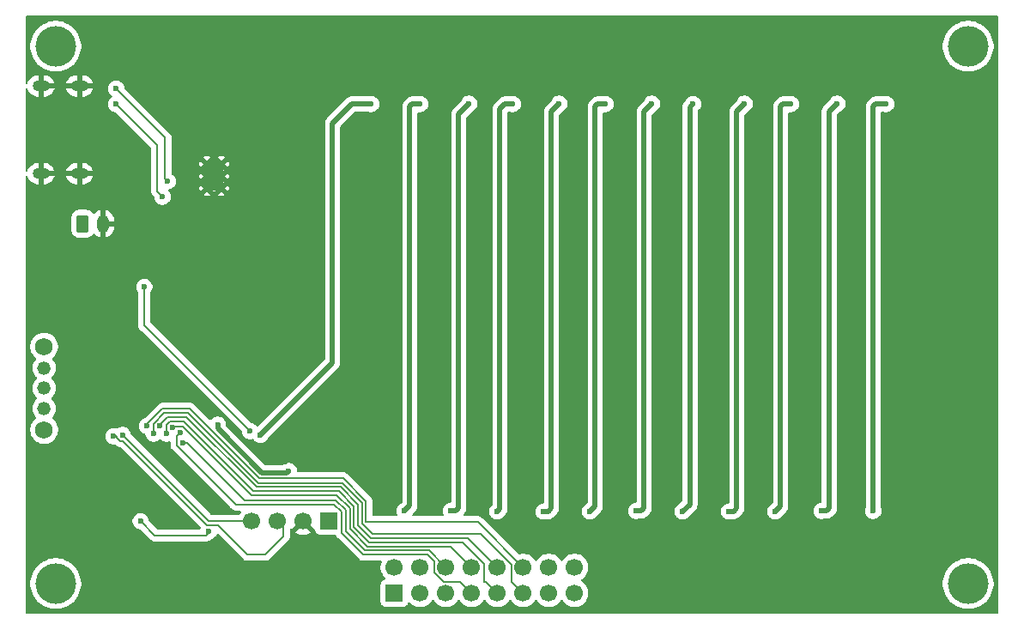
<source format=gbr>
%TF.GenerationSoftware,KiCad,Pcbnew,9.0.4*%
%TF.CreationDate,2026-01-26T21:10:16+09:00*%
%TF.ProjectId,BLE_LED_Dongle,424c455f-4c45-4445-9f44-6f6e676c652e,rev?*%
%TF.SameCoordinates,Original*%
%TF.FileFunction,Copper,L2,Bot*%
%TF.FilePolarity,Positive*%
%FSLAX46Y46*%
G04 Gerber Fmt 4.6, Leading zero omitted, Abs format (unit mm)*
G04 Created by KiCad (PCBNEW 9.0.4) date 2026-01-26 21:10:16*
%MOMM*%
%LPD*%
G01*
G04 APERTURE LIST*
G04 Aperture macros list*
%AMRoundRect*
0 Rectangle with rounded corners*
0 $1 Rounding radius*
0 $2 $3 $4 $5 $6 $7 $8 $9 X,Y pos of 4 corners*
0 Add a 4 corners polygon primitive as box body*
4,1,4,$2,$3,$4,$5,$6,$7,$8,$9,$2,$3,0*
0 Add four circle primitives for the rounded corners*
1,1,$1+$1,$2,$3*
1,1,$1+$1,$4,$5*
1,1,$1+$1,$6,$7*
1,1,$1+$1,$8,$9*
0 Add four rect primitives between the rounded corners*
20,1,$1+$1,$2,$3,$4,$5,0*
20,1,$1+$1,$4,$5,$6,$7,0*
20,1,$1+$1,$6,$7,$8,$9,0*
20,1,$1+$1,$8,$9,$2,$3,0*%
G04 Aperture macros list end*
%TA.AperFunction,ComponentPad*%
%ADD10C,4.000000*%
%TD*%
%TA.AperFunction,ComponentPad*%
%ADD11R,1.700000X1.700000*%
%TD*%
%TA.AperFunction,ComponentPad*%
%ADD12C,1.700000*%
%TD*%
%TA.AperFunction,ComponentPad*%
%ADD13RoundRect,0.250000X-0.350000X-0.625000X0.350000X-0.625000X0.350000X0.625000X-0.350000X0.625000X0*%
%TD*%
%TA.AperFunction,ComponentPad*%
%ADD14O,1.200000X1.750000*%
%TD*%
%TA.AperFunction,HeatsinkPad*%
%ADD15O,1.700000X1.100000*%
%TD*%
%TA.AperFunction,HeatsinkPad*%
%ADD16C,0.500000*%
%TD*%
%TA.AperFunction,HeatsinkPad*%
%ADD17R,1.900000X2.900000*%
%TD*%
%TA.AperFunction,ComponentPad*%
%ADD18C,1.320800*%
%TD*%
%TA.AperFunction,ComponentPad*%
%ADD19C,1.752600*%
%TD*%
%TA.AperFunction,ViaPad*%
%ADD20C,0.600000*%
%TD*%
%TA.AperFunction,Conductor*%
%ADD21C,0.200000*%
%TD*%
%TA.AperFunction,Conductor*%
%ADD22C,0.500000*%
%TD*%
G04 APERTURE END LIST*
D10*
%TO.P,REF\u002A\u002A,1*%
%TO.N,N/C*%
X186000000Y-76000000D03*
%TD*%
%TO.P,REF\u002A\u002A,1*%
%TO.N,N/C*%
X186000000Y-23000000D03*
%TD*%
%TO.P,REF\u002A\u002A,1*%
%TO.N,N/C*%
X96000000Y-76000000D03*
%TD*%
%TO.P,REF\u002A\u002A,1*%
%TO.N,N/C*%
X96000000Y-23000000D03*
%TD*%
D11*
%TO.P,J2,1,Pin_1*%
%TO.N,Net-(J2-Pin_1)*%
X129391189Y-76950800D03*
D12*
%TO.P,J2,2,Pin_16*%
%TO.N,Net-(J2-Pin_16)*%
X129391189Y-74410800D03*
%TO.P,J2,3,Pin_2*%
%TO.N,/LED_Matrix1/DIN*%
X131931189Y-76950800D03*
%TO.P,J2,4,Pin_15*%
%TO.N,/Power/EN_5V*%
X131931189Y-74410800D03*
%TO.P,J2,5,Pin_3*%
%TO.N,Net-(J2-Pin_3)*%
X134471189Y-76950800D03*
%TO.P,J2,6,Pin_14*%
%TO.N,Net-(J2-Pin_14)*%
X134471189Y-74410800D03*
%TO.P,J2,7,Pin_4*%
%TO.N,Net-(J2-Pin_4)*%
X137011189Y-76950800D03*
%TO.P,J2,8,Pin_13*%
%TO.N,Net-(J2-Pin_13)*%
X137011189Y-74410800D03*
%TO.P,J2,9,Pin_5*%
%TO.N,Net-(J2-Pin_5)*%
X139551189Y-76950800D03*
%TO.P,J2,10,Pin_12*%
%TO.N,Net-(J2-Pin_12)*%
X139551189Y-74410800D03*
%TO.P,J2,11,Pin_6*%
%TO.N,Net-(J2-Pin_6)*%
X142091189Y-76950800D03*
%TO.P,J2,12,Pin_11*%
%TO.N,Net-(J2-Pin_11)*%
X142091189Y-74410800D03*
%TO.P,J2,13,Pin_7*%
%TO.N,Net-(J2-Pin_7)*%
X144631189Y-76950800D03*
%TO.P,J2,14,Pin_10*%
%TO.N,unconnected-(J2-Pin_10-Pad14)*%
X144631189Y-74410800D03*
%TO.P,J2,15,Pin_8*%
%TO.N,Net-(J2-Pin_8)*%
X147171189Y-76950800D03*
%TO.P,J2,16,16*%
%TO.N,Net-(U1-P0.28{slash}AIN4)*%
X147171189Y-74410800D03*
%TD*%
D13*
%TO.P,BT1,1,+*%
%TO.N,Vbat*%
X98657189Y-40501800D03*
D14*
%TO.P,BT1,2,-*%
%TO.N,GND*%
X100657189Y-40501800D03*
%TD*%
D15*
%TO.P,J3,S1,SHIELD*%
%TO.N,GND*%
X98355189Y-26910800D03*
X94555189Y-26910800D03*
X98355189Y-35550800D03*
X94555189Y-35550800D03*
%TD*%
D16*
%TO.P,U3,9,EPAD*%
%TO.N,GND*%
X112311189Y-37002800D03*
X112311189Y-35802800D03*
X112311189Y-34602800D03*
D17*
X111611189Y-35802800D03*
D16*
X110911189Y-37002800D03*
X110911189Y-35802800D03*
X110911189Y-34602800D03*
%TD*%
D11*
%TO.P,J1,1,Pin_1*%
%TO.N,+3.3V*%
X122914189Y-69838800D03*
D12*
%TO.P,J1,2,Pin_2*%
%TO.N,GND*%
X120374189Y-69838800D03*
%TO.P,J1,3,Pin_3*%
%TO.N,Net-(J1-Pin_3)*%
X117834189Y-69838800D03*
%TO.P,J1,4,Pin_4*%
%TO.N,Net-(J1-Pin_4)*%
X115294189Y-69838800D03*
%TD*%
D18*
%TO.P,SW1,1,A*%
%TO.N,Vbat_1*%
X94847189Y-54725800D03*
%TO.P,SW1,2,B*%
%TO.N,Vbat*%
X94847189Y-56725801D03*
%TO.P,SW1,3,C*%
%TO.N,unconnected-(SW1-C-Pad3)*%
X94847189Y-58725802D03*
D19*
%TO.P,SW1,4*%
%TO.N,N/C*%
X94847189Y-52625802D03*
%TO.P,SW1,5*%
X94847189Y-60825800D03*
%TD*%
D20*
%TO.N,GND*%
X118618000Y-64008000D03*
X110998000Y-46482000D03*
X108458000Y-42164000D03*
X180340000Y-20828000D03*
X180848000Y-78486000D03*
X151130000Y-78486000D03*
X143256000Y-72898000D03*
X104394000Y-36068000D03*
X104902000Y-33528000D03*
X125730000Y-40132000D03*
X116078000Y-40894000D03*
X109728000Y-39878000D03*
X124460000Y-50800000D03*
X124460000Y-42926000D03*
X122174000Y-42672000D03*
X122174000Y-48006000D03*
X121666000Y-51816000D03*
X116586000Y-45720000D03*
X110236000Y-54356000D03*
X107188000Y-51308000D03*
X104394000Y-52070000D03*
X104648000Y-54864000D03*
X103632000Y-44958000D03*
X123444000Y-27432000D03*
X113284000Y-20828000D03*
X101600000Y-20574000D03*
X116078000Y-33274000D03*
X116078000Y-37846000D03*
X125984000Y-65532000D03*
X126492000Y-74168000D03*
X112522000Y-74676000D03*
X105664000Y-76708000D03*
X101600000Y-76708000D03*
X101854000Y-72898000D03*
X101854000Y-69342000D03*
X106172000Y-67564000D03*
X112500000Y-69000000D03*
X108500000Y-65500000D03*
X93500000Y-67000000D03*
X100000000Y-67000000D03*
X98500000Y-63500000D03*
X93500000Y-63500000D03*
%TO.N,+3.3V*%
X111964189Y-60313800D03*
X118977189Y-64885800D03*
X111103189Y-70854800D03*
X104372189Y-69838800D03*
%TO.N,/Power/EN_5V*%
X104725189Y-46724800D03*
X115167189Y-60948800D03*
%TO.N,Net-(J2-Pin_11)*%
X105007189Y-60440800D03*
%TO.N,Net-(J2-Pin_6)*%
X105642189Y-61202800D03*
%TO.N,Net-(J2-Pin_12)*%
X106277189Y-60440800D03*
%TO.N,Net-(J2-Pin_5)*%
X106912189Y-61202800D03*
%TO.N,Net-(J2-Pin_13)*%
X107547189Y-60567800D03*
%TO.N,Net-(J2-Pin_4)*%
X108263857Y-61143143D03*
%TO.N,Net-(J2-Pin_14)*%
X108528189Y-62091800D03*
%TO.N,Net-(J1-Pin_4)*%
X102594189Y-61329800D03*
%TO.N,Net-(J1-Pin_3)*%
X101705189Y-61456800D03*
%TO.N,/LED_Matrix1/DIN*%
X127105189Y-28690800D03*
X116183189Y-61329800D03*
%TO.N,/LED_Matrix1/LED_Matrix_Line10/DOUT*%
X177905189Y-28690800D03*
X176635189Y-68822800D03*
%TO.N,/LED_Matrix1/LED_Matrix_Line10/DIN*%
X171555189Y-68822800D03*
X173079189Y-28660800D03*
%TO.N,/LED_Matrix1/LED_Matrix_Line8/DOUT*%
X168507189Y-28690800D03*
X166983189Y-68892800D03*
%TO.N,/LED_Matrix1/LED_Matrix_Line7/DOUT*%
X162411189Y-68892800D03*
X163935189Y-28660800D03*
%TO.N,/LED_Matrix1/LED_Matrix_Line6/DOUT*%
X158855189Y-28690800D03*
X157839189Y-68892800D03*
%TO.N,/LED_Matrix1/LED_Matrix_Line5/DOUT*%
X153267189Y-68822800D03*
X154791189Y-28660800D03*
%TO.N,/LED_Matrix1/LED_Matrix_Line4/DOUT*%
X150219189Y-28690800D03*
X148695189Y-68892800D03*
%TO.N,/LED_Matrix1/LED_Matrix_Line3/DOUT*%
X144123189Y-68898800D03*
X145647189Y-28660800D03*
%TO.N,/LED_Matrix1/LED_Matrix_Line2/DOUT*%
X141075189Y-28690800D03*
X139551189Y-68892800D03*
%TO.N,/LED_Matrix1/LED_Matrix_Line1/DOUT*%
X134979189Y-68822800D03*
X136757189Y-28660800D03*
%TO.N,/LED_Matrix1/LED_Matrix_Line0/DOUT*%
X131931189Y-28690800D03*
X130407189Y-68852800D03*
%TO.N,Net-(U3-~{STDBY})*%
X107039189Y-36310800D03*
X101959189Y-27166800D03*
%TO.N,Net-(U3-~{CHRG})*%
X106531189Y-37834800D03*
X101959189Y-28690800D03*
%TD*%
D21*
%TO.N,/Power/EN_5V*%
X104725189Y-50506800D02*
X105642189Y-51423800D01*
X104725189Y-46724800D02*
X104725189Y-50506800D01*
D22*
%TO.N,+3.3V*%
X118795739Y-65067250D02*
X118977189Y-64885800D01*
X116313971Y-65067250D02*
X118795739Y-65067250D01*
X111964189Y-60717468D02*
X116313971Y-65067250D01*
X111964189Y-60313800D02*
X111964189Y-60717468D01*
D21*
X105769189Y-71235800D02*
X104372189Y-69838800D01*
X110849189Y-71235800D02*
X105769189Y-71235800D01*
X111103189Y-70854800D02*
X111103189Y-70981800D01*
X111103189Y-70981800D02*
X110849189Y-71235800D01*
%TO.N,Net-(J1-Pin_3)*%
X118469189Y-70473800D02*
X117834189Y-69838800D01*
X118469189Y-71362800D02*
X118469189Y-70473800D01*
X116691189Y-73140800D02*
X118469189Y-71362800D01*
X114913189Y-73140800D02*
X116691189Y-73140800D01*
X110937089Y-70239800D02*
X112012189Y-70239800D01*
X102345246Y-61930800D02*
X102628089Y-61930800D01*
X102628089Y-61930800D02*
X110937089Y-70239800D01*
X101993189Y-61578743D02*
X102345246Y-61930800D01*
X101993189Y-61456800D02*
X101993189Y-61578743D01*
X112012189Y-70239800D02*
X114913189Y-73140800D01*
X101705189Y-61456800D02*
X101993189Y-61456800D01*
%TO.N,Net-(J2-Pin_11)*%
X137616789Y-69936400D02*
X142091189Y-74410800D01*
X126604589Y-69936400D02*
X137616789Y-69936400D01*
X126604589Y-67850900D02*
X126604589Y-69936400D01*
X124371939Y-65618250D02*
X126604589Y-67850900D01*
X116085739Y-65618250D02*
X124371939Y-65618250D01*
X109231289Y-58763800D02*
X116085739Y-65618250D01*
X106537146Y-58763800D02*
X109231289Y-58763800D01*
X105007189Y-60440800D02*
X105007189Y-60293757D01*
X105007189Y-60293757D02*
X106537146Y-58763800D01*
%TO.N,Net-(J2-Pin_6)*%
X140940189Y-75799800D02*
X142091189Y-76950800D01*
X140940189Y-74172040D02*
X140940189Y-75799800D01*
X137903949Y-71135800D02*
X140940189Y-74172040D01*
X127236889Y-71135800D02*
X137903949Y-71135800D01*
X126203589Y-70102500D02*
X127236889Y-71135800D01*
X126203589Y-68017000D02*
X126203589Y-70102500D01*
X124262389Y-66075800D02*
X126203589Y-68017000D01*
X115976189Y-66075800D02*
X124262389Y-66075800D01*
X109065189Y-59164800D02*
X115976189Y-66075800D01*
X106703246Y-59164800D02*
X109065189Y-59164800D01*
X105642189Y-60225857D02*
X106703246Y-59164800D01*
X105642189Y-61202800D02*
X105642189Y-60225857D01*
%TO.N,Net-(J2-Pin_12)*%
X136677189Y-71536800D02*
X139551189Y-74410800D01*
X127070789Y-71536800D02*
X136677189Y-71536800D01*
X125802589Y-68183100D02*
X125802589Y-70268600D01*
X124096289Y-66476800D02*
X125802589Y-68183100D01*
X115802189Y-66476800D02*
X124096289Y-66476800D01*
X106277189Y-60313800D02*
X107025189Y-59565800D01*
X107025189Y-59565800D02*
X108891189Y-59565800D01*
X125802589Y-70268600D02*
X127070789Y-71536800D01*
X108891189Y-59565800D02*
X115802189Y-66476800D01*
X106277189Y-60440800D02*
X106277189Y-60313800D01*
%TO.N,Net-(J2-Pin_5)*%
X138408189Y-75807800D02*
X139551189Y-76950800D01*
X138281189Y-75807800D02*
X138408189Y-75807800D01*
X138281189Y-74053040D02*
X138281189Y-75807800D01*
X136165949Y-71937800D02*
X138281189Y-74053040D01*
X126904689Y-71937800D02*
X136165949Y-71937800D01*
X125401589Y-68349200D02*
X125401589Y-70434700D01*
X115508189Y-66877800D02*
X123930189Y-66877800D01*
X108597189Y-59966800D02*
X115508189Y-66877800D01*
X107298246Y-59966800D02*
X108597189Y-59966800D01*
X125401589Y-70434700D02*
X126904689Y-71937800D01*
X106912189Y-60352857D02*
X107298246Y-59966800D01*
X123930189Y-66877800D02*
X125401589Y-68349200D01*
X106912189Y-61202800D02*
X106912189Y-60352857D01*
%TO.N,Net-(J2-Pin_13)*%
X134939189Y-72338800D02*
X137011189Y-74410800D01*
X126738589Y-72338800D02*
X134939189Y-72338800D01*
X123715289Y-67278800D02*
X125000589Y-68564100D01*
X115294189Y-67278800D02*
X123715289Y-67278800D01*
X107572846Y-60542143D02*
X108557532Y-60542143D01*
X125000589Y-68564100D02*
X125000589Y-70600800D01*
X125000589Y-70600800D02*
X126738589Y-72338800D01*
X108557532Y-60542143D02*
X115294189Y-67278800D01*
X107547189Y-60567800D02*
X107572846Y-60542143D01*
%TO.N,Net-(J2-Pin_14)*%
X132800189Y-72739800D02*
X134471189Y-74410800D01*
X124599589Y-68769300D02*
X124599589Y-70830100D01*
X126509289Y-72739800D02*
X132800189Y-72739800D01*
X123617089Y-67786800D02*
X124599589Y-68769300D01*
X114639189Y-67786800D02*
X123617089Y-67786800D01*
X108944189Y-62091800D02*
X114639189Y-67786800D01*
X124599589Y-70830100D02*
X126509289Y-72739800D01*
X108528189Y-62091800D02*
X108944189Y-62091800D01*
%TO.N,Net-(J2-Pin_4)*%
X124198589Y-70996200D02*
X126343189Y-73140800D01*
X126343189Y-73140800D02*
X132634089Y-73140800D01*
X124198589Y-68935400D02*
X124198589Y-70996200D01*
X132634089Y-73140800D02*
X133320189Y-73826900D01*
X134232429Y-75799800D02*
X135860189Y-75799800D01*
X133320189Y-74887560D02*
X134232429Y-75799800D01*
X133320189Y-73826900D02*
X133320189Y-74887560D01*
X123450989Y-68187800D02*
X124198589Y-68935400D01*
X123168189Y-68187800D02*
X123450989Y-68187800D01*
X135860189Y-75799800D02*
X137011189Y-76950800D01*
X113774246Y-68187800D02*
X123168189Y-68187800D01*
X123168189Y-68187800D02*
X123363089Y-68187800D01*
X107927189Y-62340743D02*
X113774246Y-68187800D01*
X107927189Y-61479811D02*
X107927189Y-62340743D01*
X108263857Y-61143143D02*
X107927189Y-61479811D01*
%TO.N,Net-(J1-Pin_4)*%
X111103189Y-69838800D02*
X115294189Y-69838800D01*
X102594189Y-61329800D02*
X111103189Y-69838800D01*
D22*
%TO.N,/LED_Matrix1/DIN*%
X125200189Y-28690800D02*
X127105189Y-28690800D01*
X123295189Y-30595800D02*
X125200189Y-28690800D01*
X123295189Y-54217800D02*
X123295189Y-30595800D01*
X116183189Y-61329800D02*
X123295189Y-54217800D01*
%TO.N,/LED_Matrix1/LED_Matrix_Line10/DIN*%
X172296332Y-29443657D02*
X173079189Y-28660800D01*
X172063189Y-68822800D02*
X172296332Y-68589657D01*
X172296332Y-68589657D02*
X172296332Y-29443657D01*
X171555189Y-68822800D02*
X172063189Y-68822800D01*
%TO.N,/LED_Matrix1/LED_Matrix_Line8/DOUT*%
X167491189Y-28944800D02*
X167745189Y-28690800D01*
X166983189Y-68892800D02*
X167491189Y-68384800D01*
X167745189Y-28690800D02*
X168507189Y-28690800D01*
X167491189Y-68384800D02*
X167491189Y-28944800D01*
%TO.N,/LED_Matrix1/LED_Matrix_Line7/DOUT*%
X163173189Y-68568800D02*
X163173189Y-29422800D01*
X162411189Y-68892800D02*
X162849189Y-68892800D01*
X163173189Y-29422800D02*
X163935189Y-28660800D01*
X162849189Y-68892800D02*
X163173189Y-68568800D01*
%TO.N,/LED_Matrix1/LED_Matrix_Line6/DOUT*%
X157839189Y-68892800D02*
X158544966Y-68187023D01*
X158544966Y-68187023D02*
X158544966Y-29001023D01*
X158544966Y-29001023D02*
X158855189Y-28690800D01*
%TO.N,/LED_Matrix1/LED_Matrix_Line5/DOUT*%
X154029189Y-29422800D02*
X154791189Y-28660800D01*
X153775189Y-68822800D02*
X154029189Y-68568800D01*
X153267189Y-68822800D02*
X153775189Y-68822800D01*
X154029189Y-68568800D02*
X154029189Y-29422800D01*
%TO.N,/LED_Matrix1/LED_Matrix_Line4/DOUT*%
X149457189Y-28690800D02*
X150219189Y-28690800D01*
X149203189Y-28944800D02*
X149457189Y-28690800D01*
X149203189Y-68384800D02*
X149203189Y-28944800D01*
X148695189Y-68892800D02*
X149203189Y-68384800D01*
%TO.N,/LED_Matrix1/LED_Matrix_Line3/DOUT*%
X144555189Y-68898800D02*
X144885189Y-68568800D01*
X144123189Y-68898800D02*
X144555189Y-68898800D01*
X144885189Y-68568800D02*
X144885189Y-29422800D01*
X144885189Y-29422800D02*
X145647189Y-28660800D01*
%TO.N,/LED_Matrix1/LED_Matrix_Line2/DOUT*%
X139805189Y-68638800D02*
X139805189Y-29198800D01*
X139551189Y-68892800D02*
X139805189Y-68638800D01*
X140313189Y-28690800D02*
X141075189Y-28690800D01*
X139805189Y-29198800D02*
X140313189Y-28690800D01*
%TO.N,/LED_Matrix1/LED_Matrix_Line1/DOUT*%
X135741189Y-29676800D02*
X136757189Y-28660800D01*
X134979189Y-68822800D02*
X135487189Y-68822800D01*
X135487189Y-68822800D02*
X135741189Y-68568800D01*
X135741189Y-68568800D02*
X135741189Y-29676800D01*
%TO.N,/LED_Matrix1/LED_Matrix_Line0/DOUT*%
X131169189Y-28690800D02*
X131931189Y-28690800D01*
X130407189Y-68852800D02*
X130915189Y-68344800D01*
X130915189Y-68344800D02*
X130915189Y-28944800D01*
X130915189Y-28944800D02*
X131169189Y-28690800D01*
%TO.N,/LED_Matrix1/LED_Matrix_Line10/DOUT*%
X177905189Y-28690800D02*
X176889189Y-28690800D01*
X176635189Y-28944800D02*
X176635189Y-68822800D01*
X176889189Y-28690800D02*
X176635189Y-28944800D01*
D21*
%TO.N,Net-(U3-~{STDBY})*%
X106785189Y-31992800D02*
X106785189Y-36056800D01*
X101959189Y-27166800D02*
X106785189Y-31992800D01*
X106785189Y-36056800D02*
X107039189Y-36310800D01*
%TO.N,Net-(U3-~{CHRG})*%
X106023189Y-32754800D02*
X106023189Y-37326800D01*
X101959189Y-28690800D02*
X106023189Y-32754800D01*
X106023189Y-37326800D02*
X106531189Y-37834800D01*
%TO.N,/Power/EN_5V*%
X115167189Y-60948800D02*
X105642189Y-51423800D01*
%TD*%
%TA.AperFunction,Conductor*%
%TO.N,GND*%
G36*
X188943039Y-20019685D02*
G01*
X188988794Y-20072489D01*
X189000000Y-20124000D01*
X189000000Y-78876000D01*
X188980315Y-78943039D01*
X188927511Y-78988794D01*
X188876000Y-79000000D01*
X93124000Y-79000000D01*
X93056961Y-78980315D01*
X93011206Y-78927511D01*
X93000000Y-78876000D01*
X93000000Y-75859568D01*
X93499500Y-75859568D01*
X93499500Y-76140431D01*
X93530942Y-76419494D01*
X93530945Y-76419512D01*
X93593439Y-76693317D01*
X93593443Y-76693329D01*
X93686200Y-76958411D01*
X93808053Y-77211442D01*
X93808055Y-77211445D01*
X93957477Y-77449248D01*
X94063553Y-77582263D01*
X94124442Y-77658616D01*
X94132584Y-77668825D01*
X94331175Y-77867416D01*
X94550752Y-78042523D01*
X94788555Y-78191945D01*
X95041592Y-78313801D01*
X95240680Y-78383465D01*
X95306670Y-78406556D01*
X95306682Y-78406560D01*
X95580491Y-78469055D01*
X95580497Y-78469055D01*
X95580505Y-78469057D01*
X95766547Y-78490018D01*
X95859569Y-78500499D01*
X95859572Y-78500500D01*
X95859575Y-78500500D01*
X96140428Y-78500500D01*
X96140429Y-78500499D01*
X96283055Y-78484429D01*
X96419494Y-78469057D01*
X96419499Y-78469056D01*
X96419509Y-78469055D01*
X96693318Y-78406560D01*
X96958408Y-78313801D01*
X97211445Y-78191945D01*
X97449248Y-78042523D01*
X97668825Y-77867416D01*
X97867416Y-77668825D01*
X98042523Y-77449248D01*
X98191945Y-77211445D01*
X98313801Y-76958408D01*
X98406560Y-76693318D01*
X98469055Y-76419509D01*
X98500500Y-76140425D01*
X98500500Y-75859575D01*
X98487394Y-75743252D01*
X98469057Y-75580505D01*
X98469054Y-75580487D01*
X98465713Y-75565851D01*
X98406560Y-75306682D01*
X98313801Y-75041592D01*
X98191945Y-74788555D01*
X98042523Y-74550752D01*
X97867416Y-74331175D01*
X97668825Y-74132584D01*
X97449248Y-73957477D01*
X97211445Y-73808055D01*
X97211442Y-73808053D01*
X96958411Y-73686200D01*
X96693329Y-73593443D01*
X96693317Y-73593439D01*
X96419512Y-73530945D01*
X96419494Y-73530942D01*
X96140431Y-73499500D01*
X96140425Y-73499500D01*
X95859575Y-73499500D01*
X95859568Y-73499500D01*
X95580505Y-73530942D01*
X95580487Y-73530945D01*
X95306682Y-73593439D01*
X95306670Y-73593443D01*
X95041588Y-73686200D01*
X94788557Y-73808053D01*
X94550753Y-73957476D01*
X94331175Y-74132583D01*
X94132583Y-74331175D01*
X93957476Y-74550753D01*
X93808053Y-74788557D01*
X93686200Y-75041588D01*
X93593443Y-75306670D01*
X93593439Y-75306682D01*
X93530945Y-75580487D01*
X93530942Y-75580505D01*
X93499500Y-75859568D01*
X93000000Y-75859568D01*
X93000000Y-52517446D01*
X93470389Y-52517446D01*
X93470389Y-52734157D01*
X93504291Y-52948204D01*
X93504291Y-52948207D01*
X93571257Y-53154307D01*
X93571259Y-53154310D01*
X93669644Y-53347402D01*
X93797025Y-53522727D01*
X93950264Y-53675966D01*
X93950267Y-53675968D01*
X94009458Y-53718973D01*
X94052124Y-53774303D01*
X94058103Y-53843916D01*
X94025497Y-53905711D01*
X94024256Y-53906971D01*
X93961704Y-53969524D01*
X93854298Y-54117355D01*
X93771342Y-54280166D01*
X93714873Y-54453958D01*
X93686289Y-54634429D01*
X93686289Y-54817170D01*
X93714873Y-54997641D01*
X93714874Y-54997645D01*
X93771341Y-55171431D01*
X93854298Y-55334244D01*
X93961704Y-55482076D01*
X94090913Y-55611285D01*
X94110454Y-55625482D01*
X94153120Y-55680811D01*
X94159100Y-55750424D01*
X94126494Y-55812219D01*
X94110456Y-55826117D01*
X94090913Y-55840315D01*
X93961706Y-55969522D01*
X93854298Y-56117356D01*
X93771342Y-56280167D01*
X93714873Y-56453959D01*
X93686289Y-56634430D01*
X93686289Y-56817171D01*
X93714873Y-56997642D01*
X93714874Y-56997646D01*
X93771341Y-57171432D01*
X93854298Y-57334245D01*
X93961704Y-57482077D01*
X94090913Y-57611286D01*
X94110454Y-57625483D01*
X94153120Y-57680812D01*
X94159100Y-57750425D01*
X94126494Y-57812220D01*
X94110456Y-57826118D01*
X94090913Y-57840316D01*
X93961706Y-57969523D01*
X93854298Y-58117357D01*
X93771342Y-58280168D01*
X93771341Y-58280170D01*
X93771341Y-58280171D01*
X93743107Y-58367064D01*
X93714873Y-58453960D01*
X93686289Y-58634431D01*
X93686289Y-58817172D01*
X93714873Y-58997643D01*
X93714874Y-58997647D01*
X93771341Y-59171433D01*
X93854298Y-59334246D01*
X93961704Y-59482078D01*
X93961706Y-59482080D01*
X94024255Y-59544629D01*
X94057740Y-59605952D01*
X94052756Y-59675644D01*
X94010884Y-59731577D01*
X94009493Y-59732603D01*
X93950264Y-59775636D01*
X93950262Y-59775638D01*
X93950261Y-59775638D01*
X93797027Y-59928872D01*
X93669644Y-60104199D01*
X93571257Y-60297294D01*
X93504291Y-60503394D01*
X93504291Y-60503397D01*
X93485758Y-60620408D01*
X93470389Y-60717444D01*
X93470389Y-60934156D01*
X93475030Y-60963460D01*
X93504291Y-61148202D01*
X93504291Y-61148205D01*
X93571257Y-61354305D01*
X93583309Y-61377958D01*
X93669644Y-61547400D01*
X93797025Y-61722725D01*
X93950264Y-61875964D01*
X94125589Y-62003345D01*
X94273258Y-62078586D01*
X94318683Y-62101731D01*
X94524784Y-62168697D01*
X94524785Y-62168697D01*
X94524788Y-62168698D01*
X94738833Y-62202600D01*
X94738834Y-62202600D01*
X94955544Y-62202600D01*
X94955545Y-62202600D01*
X95169590Y-62168698D01*
X95169593Y-62168697D01*
X95169594Y-62168697D01*
X95375694Y-62101731D01*
X95375694Y-62101730D01*
X95375697Y-62101730D01*
X95568789Y-62003345D01*
X95744114Y-61875964D01*
X95897353Y-61722725D01*
X96024734Y-61547400D01*
X96111071Y-61377953D01*
X100904689Y-61377953D01*
X100904689Y-61535646D01*
X100935450Y-61690289D01*
X100935453Y-61690301D01*
X100995791Y-61835972D01*
X100995798Y-61835985D01*
X101083399Y-61967088D01*
X101083402Y-61967092D01*
X101194896Y-62078586D01*
X101194900Y-62078589D01*
X101326003Y-62166190D01*
X101326016Y-62166197D01*
X101471687Y-62226535D01*
X101471692Y-62226537D01*
X101626342Y-62257299D01*
X101626345Y-62257300D01*
X101771148Y-62257300D01*
X101838187Y-62276985D01*
X101858830Y-62293619D01*
X101976530Y-62411320D01*
X102113457Y-62490375D01*
X102113458Y-62490375D01*
X102113461Y-62490377D01*
X102266189Y-62531301D01*
X102327993Y-62531301D01*
X102395032Y-62550986D01*
X102415674Y-62567620D01*
X110271673Y-70423619D01*
X110305158Y-70484942D01*
X110300174Y-70554634D01*
X110258302Y-70610567D01*
X110192838Y-70634984D01*
X110183992Y-70635300D01*
X106069286Y-70635300D01*
X106002247Y-70615615D01*
X105981605Y-70598981D01*
X105206763Y-69824139D01*
X105173278Y-69762816D01*
X105172827Y-69760649D01*
X105154784Y-69669947D01*
X105141926Y-69605303D01*
X105141924Y-69605298D01*
X105081586Y-69459627D01*
X105081579Y-69459614D01*
X104993978Y-69328511D01*
X104993975Y-69328507D01*
X104882481Y-69217013D01*
X104882477Y-69217010D01*
X104751374Y-69129409D01*
X104751361Y-69129402D01*
X104605690Y-69069064D01*
X104605678Y-69069061D01*
X104451034Y-69038300D01*
X104451031Y-69038300D01*
X104293347Y-69038300D01*
X104293344Y-69038300D01*
X104138699Y-69069061D01*
X104138687Y-69069064D01*
X103993016Y-69129402D01*
X103993003Y-69129409D01*
X103861900Y-69217010D01*
X103861896Y-69217013D01*
X103750402Y-69328507D01*
X103750399Y-69328511D01*
X103662798Y-69459614D01*
X103662791Y-69459627D01*
X103602453Y-69605298D01*
X103602450Y-69605310D01*
X103571689Y-69759953D01*
X103571689Y-69917646D01*
X103602450Y-70072289D01*
X103602453Y-70072301D01*
X103662791Y-70217972D01*
X103662798Y-70217985D01*
X103750399Y-70349088D01*
X103750402Y-70349092D01*
X103861896Y-70460586D01*
X103861900Y-70460589D01*
X103993003Y-70548190D01*
X103993016Y-70548197D01*
X104119327Y-70600516D01*
X104138692Y-70608537D01*
X104202871Y-70621303D01*
X104294038Y-70639438D01*
X104355949Y-70671823D01*
X104357528Y-70673374D01*
X105284328Y-71600174D01*
X105284338Y-71600185D01*
X105288668Y-71604515D01*
X105288669Y-71604516D01*
X105400473Y-71716320D01*
X105400475Y-71716321D01*
X105400479Y-71716324D01*
X105537398Y-71795373D01*
X105537405Y-71795377D01*
X105649208Y-71825334D01*
X105690131Y-71836300D01*
X105690132Y-71836300D01*
X110762520Y-71836300D01*
X110762536Y-71836301D01*
X110770132Y-71836301D01*
X110928243Y-71836301D01*
X110928246Y-71836301D01*
X111080974Y-71795377D01*
X111131093Y-71766439D01*
X111217905Y-71716320D01*
X111282607Y-71651616D01*
X111289639Y-71646340D01*
X111314451Y-71637052D01*
X111331328Y-71627836D01*
X111330864Y-71626303D01*
X111336683Y-71624537D01*
X111336686Y-71624537D01*
X111482368Y-71564194D01*
X111613478Y-71476589D01*
X111724978Y-71365089D01*
X111812583Y-71233979D01*
X111842481Y-71161796D01*
X111886319Y-71107395D01*
X111952612Y-71085329D01*
X112020312Y-71102607D01*
X112044722Y-71121569D01*
X114544473Y-73621320D01*
X114544475Y-73621321D01*
X114544479Y-73621324D01*
X114656848Y-73686199D01*
X114681405Y-73700377D01*
X114834132Y-73741301D01*
X114834134Y-73741301D01*
X114999843Y-73741301D01*
X114999859Y-73741300D01*
X116604520Y-73741300D01*
X116604536Y-73741301D01*
X116612132Y-73741301D01*
X116770243Y-73741301D01*
X116770246Y-73741301D01*
X116922974Y-73700377D01*
X116973093Y-73671439D01*
X117059905Y-73621320D01*
X117171709Y-73509516D01*
X117171709Y-73509514D01*
X117181917Y-73499307D01*
X117181918Y-73499304D01*
X118949709Y-71731516D01*
X119028766Y-71594584D01*
X119069690Y-71441857D01*
X119069690Y-71283742D01*
X119069690Y-71276147D01*
X119069689Y-71276129D01*
X119069689Y-70719766D01*
X119089374Y-70652727D01*
X119142178Y-70606972D01*
X119203419Y-70596148D01*
X119258917Y-70600516D01*
X119891225Y-69968207D01*
X119908264Y-70031793D01*
X119974090Y-70145807D01*
X120067182Y-70238899D01*
X120181196Y-70304725D01*
X120244779Y-70321762D01*
X119612471Y-70954069D01*
X119612471Y-70954070D01*
X119666638Y-70993424D01*
X119855971Y-71089895D01*
X120058059Y-71155557D01*
X120267943Y-71188800D01*
X120480435Y-71188800D01*
X120690316Y-71155557D01*
X120690319Y-71155557D01*
X120892406Y-71089895D01*
X121081743Y-70993422D01*
X121135905Y-70954070D01*
X121135906Y-70954070D01*
X120503597Y-70321762D01*
X120567182Y-70304725D01*
X120681196Y-70238899D01*
X120774288Y-70145807D01*
X120840114Y-70031793D01*
X120857151Y-69968209D01*
X121527370Y-70638428D01*
X121560855Y-70699751D01*
X121563689Y-70726100D01*
X121563689Y-70736665D01*
X121563690Y-70736676D01*
X121570097Y-70796283D01*
X121620391Y-70931128D01*
X121620395Y-70931135D01*
X121706641Y-71046344D01*
X121706644Y-71046347D01*
X121821853Y-71132593D01*
X121821860Y-71132597D01*
X121956706Y-71182891D01*
X121956705Y-71182891D01*
X121963633Y-71183635D01*
X122016316Y-71189300D01*
X123545085Y-71189299D01*
X123612124Y-71208984D01*
X123652472Y-71251299D01*
X123718066Y-71364912D01*
X123718070Y-71364917D01*
X123836938Y-71483785D01*
X123836944Y-71483790D01*
X125858328Y-73505174D01*
X125858338Y-73505185D01*
X125862668Y-73509515D01*
X125862669Y-73509516D01*
X125974473Y-73621320D01*
X125974475Y-73621321D01*
X125974479Y-73621324D01*
X126086848Y-73686199D01*
X126111405Y-73700377D01*
X126223208Y-73730334D01*
X126264131Y-73741300D01*
X126264132Y-73741300D01*
X128018052Y-73741300D01*
X128085091Y-73760985D01*
X128130846Y-73813789D01*
X128140790Y-73882947D01*
X128135983Y-73903618D01*
X128073942Y-74094559D01*
X128067920Y-74132583D01*
X128040689Y-74304513D01*
X128040689Y-74517087D01*
X128073943Y-74727043D01*
X128093930Y-74788557D01*
X128139633Y-74929214D01*
X128236140Y-75118620D01*
X128361079Y-75290586D01*
X128474619Y-75404126D01*
X128508104Y-75465449D01*
X128503120Y-75535141D01*
X128461248Y-75591074D01*
X128430272Y-75607989D01*
X128298858Y-75657003D01*
X128298853Y-75657006D01*
X128183644Y-75743252D01*
X128183641Y-75743255D01*
X128097395Y-75858464D01*
X128097391Y-75858471D01*
X128047097Y-75993317D01*
X128040690Y-76052916D01*
X128040689Y-76052935D01*
X128040689Y-77848670D01*
X128040690Y-77848676D01*
X128047097Y-77908283D01*
X128097391Y-78043128D01*
X128097395Y-78043135D01*
X128183641Y-78158344D01*
X128183644Y-78158347D01*
X128298853Y-78244593D01*
X128298860Y-78244597D01*
X128433706Y-78294891D01*
X128433705Y-78294891D01*
X128440633Y-78295635D01*
X128493316Y-78301300D01*
X130289061Y-78301299D01*
X130348672Y-78294891D01*
X130483520Y-78244596D01*
X130598735Y-78158346D01*
X130684985Y-78043131D01*
X130733999Y-77911716D01*
X130775870Y-77855784D01*
X130841334Y-77831366D01*
X130909607Y-77846217D01*
X130937862Y-77867369D01*
X131051402Y-77980909D01*
X131223368Y-78105848D01*
X131223370Y-78105849D01*
X131223373Y-78105851D01*
X131412777Y-78202357D01*
X131614946Y-78268046D01*
X131824902Y-78301300D01*
X131824903Y-78301300D01*
X132037475Y-78301300D01*
X132037476Y-78301300D01*
X132247432Y-78268046D01*
X132449601Y-78202357D01*
X132639005Y-78105851D01*
X132725327Y-78043135D01*
X132810975Y-77980909D01*
X132810977Y-77980906D01*
X132810981Y-77980904D01*
X132961293Y-77830592D01*
X132961295Y-77830588D01*
X132961298Y-77830586D01*
X133078823Y-77668825D01*
X133086240Y-77658616D01*
X133090703Y-77649854D01*
X133138677Y-77599059D01*
X133206497Y-77582263D01*
X133272633Y-77604799D01*
X133311675Y-77649856D01*
X133316140Y-77658620D01*
X133441079Y-77830586D01*
X133591402Y-77980909D01*
X133763368Y-78105848D01*
X133763370Y-78105849D01*
X133763373Y-78105851D01*
X133952777Y-78202357D01*
X134154946Y-78268046D01*
X134364902Y-78301300D01*
X134364903Y-78301300D01*
X134577475Y-78301300D01*
X134577476Y-78301300D01*
X134787432Y-78268046D01*
X134989601Y-78202357D01*
X135179005Y-78105851D01*
X135265327Y-78043135D01*
X135350975Y-77980909D01*
X135350977Y-77980906D01*
X135350981Y-77980904D01*
X135501293Y-77830592D01*
X135501295Y-77830588D01*
X135501298Y-77830586D01*
X135618823Y-77668825D01*
X135626240Y-77658616D01*
X135630703Y-77649854D01*
X135678677Y-77599059D01*
X135746497Y-77582263D01*
X135812633Y-77604799D01*
X135851675Y-77649856D01*
X135856140Y-77658620D01*
X135981079Y-77830586D01*
X136131402Y-77980909D01*
X136303368Y-78105848D01*
X136303370Y-78105849D01*
X136303373Y-78105851D01*
X136492777Y-78202357D01*
X136694946Y-78268046D01*
X136904902Y-78301300D01*
X136904903Y-78301300D01*
X137117475Y-78301300D01*
X137117476Y-78301300D01*
X137327432Y-78268046D01*
X137529601Y-78202357D01*
X137719005Y-78105851D01*
X137805327Y-78043135D01*
X137890975Y-77980909D01*
X137890977Y-77980906D01*
X137890981Y-77980904D01*
X138041293Y-77830592D01*
X138041295Y-77830588D01*
X138041298Y-77830586D01*
X138158823Y-77668825D01*
X138166240Y-77658616D01*
X138170703Y-77649854D01*
X138218677Y-77599059D01*
X138286497Y-77582263D01*
X138352633Y-77604799D01*
X138391675Y-77649856D01*
X138396140Y-77658620D01*
X138521079Y-77830586D01*
X138671402Y-77980909D01*
X138843368Y-78105848D01*
X138843370Y-78105849D01*
X138843373Y-78105851D01*
X139032777Y-78202357D01*
X139234946Y-78268046D01*
X139444902Y-78301300D01*
X139444903Y-78301300D01*
X139657475Y-78301300D01*
X139657476Y-78301300D01*
X139867432Y-78268046D01*
X140069601Y-78202357D01*
X140259005Y-78105851D01*
X140345327Y-78043135D01*
X140430975Y-77980909D01*
X140430977Y-77980906D01*
X140430981Y-77980904D01*
X140581293Y-77830592D01*
X140581295Y-77830588D01*
X140581298Y-77830586D01*
X140698823Y-77668825D01*
X140706240Y-77658616D01*
X140710703Y-77649854D01*
X140758677Y-77599059D01*
X140826497Y-77582263D01*
X140892633Y-77604799D01*
X140931675Y-77649856D01*
X140936140Y-77658620D01*
X141061079Y-77830586D01*
X141211402Y-77980909D01*
X141383368Y-78105848D01*
X141383370Y-78105849D01*
X141383373Y-78105851D01*
X141572777Y-78202357D01*
X141774946Y-78268046D01*
X141984902Y-78301300D01*
X141984903Y-78301300D01*
X142197475Y-78301300D01*
X142197476Y-78301300D01*
X142407432Y-78268046D01*
X142609601Y-78202357D01*
X142799005Y-78105851D01*
X142885327Y-78043135D01*
X142970975Y-77980909D01*
X142970977Y-77980906D01*
X142970981Y-77980904D01*
X143121293Y-77830592D01*
X143121295Y-77830588D01*
X143121298Y-77830586D01*
X143238823Y-77668825D01*
X143246240Y-77658616D01*
X143250703Y-77649854D01*
X143298677Y-77599059D01*
X143366497Y-77582263D01*
X143432633Y-77604799D01*
X143471675Y-77649856D01*
X143476140Y-77658620D01*
X143601079Y-77830586D01*
X143751402Y-77980909D01*
X143923368Y-78105848D01*
X143923370Y-78105849D01*
X143923373Y-78105851D01*
X144112777Y-78202357D01*
X144314946Y-78268046D01*
X144524902Y-78301300D01*
X144524903Y-78301300D01*
X144737475Y-78301300D01*
X144737476Y-78301300D01*
X144947432Y-78268046D01*
X145149601Y-78202357D01*
X145339005Y-78105851D01*
X145425327Y-78043135D01*
X145510975Y-77980909D01*
X145510977Y-77980906D01*
X145510981Y-77980904D01*
X145661293Y-77830592D01*
X145661295Y-77830588D01*
X145661298Y-77830586D01*
X145778823Y-77668825D01*
X145786240Y-77658616D01*
X145790703Y-77649854D01*
X145838677Y-77599059D01*
X145906497Y-77582263D01*
X145972633Y-77604799D01*
X146011675Y-77649856D01*
X146016140Y-77658620D01*
X146141079Y-77830586D01*
X146291402Y-77980909D01*
X146463368Y-78105848D01*
X146463370Y-78105849D01*
X146463373Y-78105851D01*
X146652777Y-78202357D01*
X146854946Y-78268046D01*
X147064902Y-78301300D01*
X147064903Y-78301300D01*
X147277475Y-78301300D01*
X147277476Y-78301300D01*
X147487432Y-78268046D01*
X147689601Y-78202357D01*
X147879005Y-78105851D01*
X147965327Y-78043135D01*
X148050975Y-77980909D01*
X148050977Y-77980906D01*
X148050981Y-77980904D01*
X148201293Y-77830592D01*
X148201295Y-77830588D01*
X148201298Y-77830586D01*
X148318823Y-77668825D01*
X148326240Y-77658616D01*
X148422746Y-77469212D01*
X148488435Y-77267043D01*
X148521689Y-77057087D01*
X148521689Y-76844513D01*
X148488435Y-76634557D01*
X148422746Y-76432388D01*
X148326240Y-76242984D01*
X148326238Y-76242981D01*
X148326237Y-76242979D01*
X148201298Y-76071013D01*
X148050975Y-75920690D01*
X147966847Y-75859568D01*
X183499500Y-75859568D01*
X183499500Y-76140431D01*
X183530942Y-76419494D01*
X183530945Y-76419512D01*
X183593439Y-76693317D01*
X183593443Y-76693329D01*
X183686200Y-76958411D01*
X183808053Y-77211442D01*
X183808055Y-77211445D01*
X183957477Y-77449248D01*
X184063553Y-77582263D01*
X184124442Y-77658616D01*
X184132584Y-77668825D01*
X184331175Y-77867416D01*
X184550752Y-78042523D01*
X184788555Y-78191945D01*
X185041592Y-78313801D01*
X185240680Y-78383465D01*
X185306670Y-78406556D01*
X185306682Y-78406560D01*
X185580491Y-78469055D01*
X185580497Y-78469055D01*
X185580505Y-78469057D01*
X185766547Y-78490018D01*
X185859569Y-78500499D01*
X185859572Y-78500500D01*
X185859575Y-78500500D01*
X186140428Y-78500500D01*
X186140429Y-78500499D01*
X186283055Y-78484429D01*
X186419494Y-78469057D01*
X186419499Y-78469056D01*
X186419509Y-78469055D01*
X186693318Y-78406560D01*
X186958408Y-78313801D01*
X187211445Y-78191945D01*
X187449248Y-78042523D01*
X187668825Y-77867416D01*
X187867416Y-77668825D01*
X188042523Y-77449248D01*
X188191945Y-77211445D01*
X188313801Y-76958408D01*
X188406560Y-76693318D01*
X188469055Y-76419509D01*
X188500500Y-76140425D01*
X188500500Y-75859575D01*
X188487394Y-75743252D01*
X188469057Y-75580505D01*
X188469054Y-75580487D01*
X188465713Y-75565851D01*
X188406560Y-75306682D01*
X188313801Y-75041592D01*
X188191945Y-74788555D01*
X188042523Y-74550752D01*
X187867416Y-74331175D01*
X187668825Y-74132584D01*
X187449248Y-73957477D01*
X187211445Y-73808055D01*
X187211442Y-73808053D01*
X186958411Y-73686200D01*
X186693329Y-73593443D01*
X186693317Y-73593439D01*
X186419512Y-73530945D01*
X186419494Y-73530942D01*
X186140431Y-73499500D01*
X186140425Y-73499500D01*
X185859575Y-73499500D01*
X185859568Y-73499500D01*
X185580505Y-73530942D01*
X185580487Y-73530945D01*
X185306682Y-73593439D01*
X185306670Y-73593443D01*
X185041588Y-73686200D01*
X184788557Y-73808053D01*
X184550753Y-73957476D01*
X184331175Y-74132583D01*
X184132583Y-74331175D01*
X183957476Y-74550753D01*
X183808053Y-74788557D01*
X183686200Y-75041588D01*
X183593443Y-75306670D01*
X183593439Y-75306682D01*
X183530945Y-75580487D01*
X183530942Y-75580505D01*
X183499500Y-75859568D01*
X147966847Y-75859568D01*
X147879009Y-75795751D01*
X147878304Y-75795391D01*
X147870243Y-75791285D01*
X147819448Y-75743312D01*
X147802652Y-75675492D01*
X147825188Y-75609356D01*
X147870243Y-75570315D01*
X147879005Y-75565851D01*
X147968743Y-75500653D01*
X148050975Y-75440909D01*
X148050977Y-75440906D01*
X148050981Y-75440904D01*
X148201293Y-75290592D01*
X148201295Y-75290588D01*
X148201298Y-75290586D01*
X148326237Y-75118620D01*
X148326236Y-75118620D01*
X148326240Y-75118616D01*
X148422746Y-74929212D01*
X148488435Y-74727043D01*
X148521689Y-74517087D01*
X148521689Y-74304513D01*
X148488435Y-74094557D01*
X148422746Y-73892388D01*
X148326240Y-73702984D01*
X148326238Y-73702981D01*
X148326237Y-73702979D01*
X148201298Y-73531013D01*
X148050975Y-73380690D01*
X147879009Y-73255751D01*
X147689603Y-73159244D01*
X147689602Y-73159243D01*
X147689601Y-73159243D01*
X147487432Y-73093554D01*
X147487430Y-73093553D01*
X147487429Y-73093553D01*
X147326146Y-73068008D01*
X147277476Y-73060300D01*
X147064902Y-73060300D01*
X147016231Y-73068008D01*
X146854949Y-73093553D01*
X146652774Y-73159244D01*
X146463368Y-73255751D01*
X146291402Y-73380690D01*
X146141079Y-73531013D01*
X146016138Y-73702982D01*
X146011673Y-73711746D01*
X145963698Y-73762542D01*
X145895877Y-73779336D01*
X145829742Y-73756798D01*
X145790705Y-73711746D01*
X145786239Y-73702982D01*
X145661298Y-73531013D01*
X145510975Y-73380690D01*
X145339009Y-73255751D01*
X145149603Y-73159244D01*
X145149602Y-73159243D01*
X145149601Y-73159243D01*
X144947432Y-73093554D01*
X144947430Y-73093553D01*
X144947429Y-73093553D01*
X144786146Y-73068008D01*
X144737476Y-73060300D01*
X144524902Y-73060300D01*
X144476231Y-73068008D01*
X144314949Y-73093553D01*
X144112774Y-73159244D01*
X143923368Y-73255751D01*
X143751402Y-73380690D01*
X143601079Y-73531013D01*
X143476138Y-73702982D01*
X143471673Y-73711746D01*
X143423698Y-73762542D01*
X143355877Y-73779336D01*
X143289742Y-73756798D01*
X143250705Y-73711746D01*
X143246239Y-73702982D01*
X143121298Y-73531013D01*
X142970975Y-73380690D01*
X142799009Y-73255751D01*
X142609603Y-73159244D01*
X142609602Y-73159243D01*
X142609601Y-73159243D01*
X142407432Y-73093554D01*
X142407430Y-73093553D01*
X142407429Y-73093553D01*
X142246146Y-73068008D01*
X142197476Y-73060300D01*
X141984902Y-73060300D01*
X141956195Y-73064846D01*
X141774946Y-73093553D01*
X141732662Y-73107292D01*
X141662821Y-73109286D01*
X141606665Y-73077041D01*
X138104379Y-69574755D01*
X138104377Y-69574752D01*
X137985506Y-69455881D01*
X137985505Y-69455880D01*
X137895777Y-69404076D01*
X137848574Y-69376823D01*
X137695846Y-69335899D01*
X137537732Y-69335899D01*
X137530136Y-69335899D01*
X137530120Y-69335900D01*
X136334819Y-69335900D01*
X136267780Y-69316215D01*
X136222025Y-69263411D01*
X136212081Y-69194253D01*
X136241106Y-69130697D01*
X136247138Y-69124219D01*
X136324137Y-69047219D01*
X136324136Y-69047219D01*
X136324140Y-69047216D01*
X136406273Y-68924295D01*
X136451978Y-68813953D01*
X138750689Y-68813953D01*
X138750689Y-68971646D01*
X138781450Y-69126289D01*
X138781453Y-69126301D01*
X138841791Y-69271972D01*
X138841798Y-69271985D01*
X138929399Y-69403088D01*
X138929402Y-69403092D01*
X139040896Y-69514586D01*
X139040900Y-69514589D01*
X139172003Y-69602190D01*
X139172016Y-69602197D01*
X139294035Y-69652738D01*
X139317692Y-69662537D01*
X139472342Y-69693299D01*
X139472345Y-69693300D01*
X139472347Y-69693300D01*
X139630033Y-69693300D01*
X139630034Y-69693299D01*
X139784686Y-69662537D01*
X139900765Y-69614456D01*
X139930361Y-69602197D01*
X139930361Y-69602196D01*
X139930368Y-69602194D01*
X140061478Y-69514589D01*
X140172978Y-69403089D01*
X140260583Y-69271979D01*
X140270381Y-69248322D01*
X140297258Y-69208097D01*
X140388140Y-69117216D01*
X140470273Y-68994295D01*
X140526847Y-68857713D01*
X140533709Y-68823216D01*
X140534358Y-68819953D01*
X143322689Y-68819953D01*
X143322689Y-68977646D01*
X143353450Y-69132289D01*
X143353453Y-69132301D01*
X143413791Y-69277972D01*
X143413798Y-69277985D01*
X143501399Y-69409088D01*
X143501402Y-69409092D01*
X143612896Y-69520586D01*
X143612900Y-69520589D01*
X143744003Y-69608190D01*
X143744016Y-69608197D01*
X143875209Y-69662538D01*
X143889692Y-69668537D01*
X144044342Y-69699299D01*
X144044345Y-69699300D01*
X144044347Y-69699300D01*
X144202033Y-69699300D01*
X144202034Y-69699299D01*
X144278341Y-69684120D01*
X144356677Y-69668539D01*
X144356678Y-69668538D01*
X144356686Y-69668537D01*
X144380344Y-69658737D01*
X144427793Y-69649300D01*
X144629109Y-69649300D01*
X144726651Y-69629896D01*
X144774102Y-69620458D01*
X144910684Y-69563884D01*
X144969924Y-69524301D01*
X145033605Y-69481752D01*
X145468140Y-69047216D01*
X145550273Y-68924295D01*
X145595978Y-68813953D01*
X147894689Y-68813953D01*
X147894689Y-68971646D01*
X147925450Y-69126289D01*
X147925453Y-69126301D01*
X147985791Y-69271972D01*
X147985798Y-69271985D01*
X148073399Y-69403088D01*
X148073402Y-69403092D01*
X148184896Y-69514586D01*
X148184900Y-69514589D01*
X148316003Y-69602190D01*
X148316016Y-69602197D01*
X148438035Y-69652738D01*
X148461692Y-69662537D01*
X148616342Y-69693299D01*
X148616345Y-69693300D01*
X148616347Y-69693300D01*
X148774033Y-69693300D01*
X148774034Y-69693299D01*
X148928686Y-69662537D01*
X149044765Y-69614456D01*
X149074361Y-69602197D01*
X149074361Y-69602196D01*
X149074368Y-69602194D01*
X149205478Y-69514589D01*
X149316978Y-69403089D01*
X149404583Y-69271979D01*
X149414381Y-69248321D01*
X149441256Y-69208098D01*
X149786140Y-68863216D01*
X149865829Y-68743953D01*
X152466689Y-68743953D01*
X152466689Y-68901646D01*
X152497450Y-69056289D01*
X152497453Y-69056301D01*
X152557791Y-69201972D01*
X152557796Y-69201981D01*
X152645399Y-69333088D01*
X152645402Y-69333092D01*
X152756896Y-69444586D01*
X152756900Y-69444589D01*
X152888003Y-69532190D01*
X152888016Y-69532197D01*
X152990762Y-69574755D01*
X153033692Y-69592537D01*
X153188342Y-69623299D01*
X153188345Y-69623300D01*
X153188347Y-69623300D01*
X153346033Y-69623300D01*
X153346034Y-69623299D01*
X153436472Y-69605310D01*
X153500677Y-69592539D01*
X153500678Y-69592538D01*
X153500686Y-69592537D01*
X153524344Y-69582737D01*
X153571793Y-69573300D01*
X153849109Y-69573300D01*
X153946651Y-69553896D01*
X153994102Y-69544458D01*
X154130684Y-69487884D01*
X154195480Y-69444589D01*
X154195483Y-69444586D01*
X154195485Y-69444586D01*
X154248606Y-69409092D01*
X154253605Y-69405752D01*
X154612140Y-69047216D01*
X154694273Y-68924295D01*
X154739978Y-68813953D01*
X157038689Y-68813953D01*
X157038689Y-68971646D01*
X157069450Y-69126289D01*
X157069453Y-69126301D01*
X157129791Y-69271972D01*
X157129798Y-69271985D01*
X157217399Y-69403088D01*
X157217402Y-69403092D01*
X157328896Y-69514586D01*
X157328900Y-69514589D01*
X157460003Y-69602190D01*
X157460016Y-69602197D01*
X157582035Y-69652738D01*
X157605692Y-69662537D01*
X157760342Y-69693299D01*
X157760345Y-69693300D01*
X157760347Y-69693300D01*
X157918033Y-69693300D01*
X157918034Y-69693299D01*
X158072686Y-69662537D01*
X158188765Y-69614456D01*
X158218361Y-69602197D01*
X158218361Y-69602196D01*
X158218368Y-69602194D01*
X158349478Y-69514589D01*
X158460978Y-69403089D01*
X158548583Y-69271979D01*
X158558381Y-69248321D01*
X158585256Y-69208098D01*
X158979402Y-68813953D01*
X161610689Y-68813953D01*
X161610689Y-68971646D01*
X161641450Y-69126289D01*
X161641453Y-69126301D01*
X161701791Y-69271972D01*
X161701798Y-69271985D01*
X161789399Y-69403088D01*
X161789402Y-69403092D01*
X161900896Y-69514586D01*
X161900900Y-69514589D01*
X162032003Y-69602190D01*
X162032016Y-69602197D01*
X162154035Y-69652738D01*
X162177692Y-69662537D01*
X162332342Y-69693299D01*
X162332345Y-69693300D01*
X162332347Y-69693300D01*
X162490033Y-69693300D01*
X162490034Y-69693299D01*
X162566341Y-69678120D01*
X162644677Y-69662539D01*
X162644678Y-69662538D01*
X162644686Y-69662537D01*
X162668344Y-69652737D01*
X162715793Y-69643300D01*
X162923109Y-69643300D01*
X163023656Y-69623299D01*
X163068102Y-69614458D01*
X163181025Y-69567684D01*
X163204677Y-69557887D01*
X163204677Y-69557886D01*
X163204684Y-69557884D01*
X163263924Y-69518301D01*
X163327605Y-69475752D01*
X163756140Y-69047216D01*
X163838273Y-68924295D01*
X163883978Y-68813953D01*
X166182689Y-68813953D01*
X166182689Y-68971646D01*
X166213450Y-69126289D01*
X166213453Y-69126301D01*
X166273791Y-69271972D01*
X166273798Y-69271985D01*
X166361399Y-69403088D01*
X166361402Y-69403092D01*
X166472896Y-69514586D01*
X166472900Y-69514589D01*
X166604003Y-69602190D01*
X166604016Y-69602197D01*
X166726035Y-69652738D01*
X166749692Y-69662537D01*
X166904342Y-69693299D01*
X166904345Y-69693300D01*
X166904347Y-69693300D01*
X167062033Y-69693300D01*
X167062034Y-69693299D01*
X167216686Y-69662537D01*
X167332765Y-69614456D01*
X167362361Y-69602197D01*
X167362361Y-69602196D01*
X167362368Y-69602194D01*
X167493478Y-69514589D01*
X167604978Y-69403089D01*
X167692583Y-69271979D01*
X167702381Y-69248321D01*
X167729256Y-69208098D01*
X168074140Y-68863216D01*
X168153829Y-68743953D01*
X170754689Y-68743953D01*
X170754689Y-68901646D01*
X170785450Y-69056289D01*
X170785453Y-69056301D01*
X170845791Y-69201972D01*
X170845796Y-69201981D01*
X170933399Y-69333088D01*
X170933402Y-69333092D01*
X171044896Y-69444586D01*
X171044900Y-69444589D01*
X171176003Y-69532190D01*
X171176016Y-69532197D01*
X171278762Y-69574755D01*
X171321692Y-69592537D01*
X171476342Y-69623299D01*
X171476345Y-69623300D01*
X171476347Y-69623300D01*
X171634033Y-69623300D01*
X171634034Y-69623299D01*
X171724472Y-69605310D01*
X171788677Y-69592539D01*
X171788678Y-69592538D01*
X171788686Y-69592537D01*
X171812344Y-69582737D01*
X171859793Y-69573300D01*
X172137109Y-69573300D01*
X172234651Y-69553896D01*
X172282102Y-69544458D01*
X172418684Y-69487884D01*
X172483480Y-69444589D01*
X172483483Y-69444586D01*
X172483485Y-69444586D01*
X172536606Y-69409092D01*
X172541605Y-69405752D01*
X172879284Y-69068073D01*
X172942997Y-68972718D01*
X172961416Y-68945152D01*
X173017990Y-68808570D01*
X173024876Y-68773953D01*
X173030843Y-68743958D01*
X175834689Y-68743958D01*
X175834689Y-68751801D01*
X175834689Y-68901646D01*
X175865450Y-69056289D01*
X175865453Y-69056301D01*
X175925791Y-69201972D01*
X175925796Y-69201981D01*
X176013399Y-69333088D01*
X176013402Y-69333092D01*
X176124896Y-69444586D01*
X176124900Y-69444589D01*
X176256003Y-69532190D01*
X176256016Y-69532197D01*
X176358762Y-69574755D01*
X176401692Y-69592537D01*
X176556342Y-69623299D01*
X176556345Y-69623300D01*
X176556347Y-69623300D01*
X176714033Y-69623300D01*
X176714034Y-69623299D01*
X176868686Y-69592537D01*
X177014368Y-69532194D01*
X177145478Y-69444589D01*
X177256978Y-69333089D01*
X177324538Y-69231979D01*
X177344582Y-69201981D01*
X177344586Y-69201972D01*
X177374645Y-69129402D01*
X177404926Y-69056297D01*
X177435689Y-68901642D01*
X177435689Y-68743958D01*
X177435689Y-68743955D01*
X177435688Y-68743953D01*
X177404928Y-68589311D01*
X177404927Y-68589308D01*
X177404926Y-68589303D01*
X177395126Y-68565644D01*
X177385689Y-68518196D01*
X177385689Y-29565300D01*
X177388239Y-29556614D01*
X177386951Y-29547653D01*
X177397929Y-29523612D01*
X177405374Y-29498261D01*
X177412214Y-29492333D01*
X177415976Y-29484097D01*
X177438210Y-29469807D01*
X177458178Y-29452506D01*
X177468692Y-29450218D01*
X177474754Y-29446323D01*
X177509689Y-29441300D01*
X177600585Y-29441300D01*
X177648033Y-29450737D01*
X177671692Y-29460537D01*
X177671697Y-29460538D01*
X177671700Y-29460539D01*
X177826342Y-29491299D01*
X177826345Y-29491300D01*
X177826347Y-29491300D01*
X177984033Y-29491300D01*
X177984034Y-29491299D01*
X178138686Y-29460537D01*
X178284368Y-29400194D01*
X178415478Y-29312589D01*
X178526978Y-29201089D01*
X178614583Y-29069979D01*
X178674926Y-28924297D01*
X178705689Y-28769642D01*
X178705689Y-28611958D01*
X178705689Y-28611955D01*
X178705688Y-28611953D01*
X178676732Y-28466384D01*
X178674926Y-28457303D01*
X178633820Y-28358063D01*
X178614586Y-28311627D01*
X178614579Y-28311614D01*
X178526978Y-28180511D01*
X178526975Y-28180507D01*
X178415481Y-28069013D01*
X178415477Y-28069010D01*
X178284374Y-27981409D01*
X178284361Y-27981402D01*
X178138690Y-27921064D01*
X178138678Y-27921061D01*
X177984034Y-27890300D01*
X177984031Y-27890300D01*
X177826347Y-27890300D01*
X177826344Y-27890300D01*
X177671700Y-27921060D01*
X177671695Y-27921062D01*
X177671693Y-27921062D01*
X177671692Y-27921063D01*
X177648033Y-27930862D01*
X177600585Y-27940300D01*
X176815269Y-27940300D01*
X176670281Y-27969140D01*
X176670271Y-27969143D01*
X176533700Y-28025712D01*
X176533687Y-28025719D01*
X176410773Y-28107848D01*
X176410769Y-28107851D01*
X176052239Y-28466380D01*
X176033330Y-28494681D01*
X176014671Y-28522607D01*
X175970103Y-28589307D01*
X175913532Y-28725882D01*
X175913529Y-28725892D01*
X175884689Y-28870879D01*
X175884689Y-68518196D01*
X175883238Y-68525487D01*
X175881597Y-68545716D01*
X175879268Y-68555947D01*
X175865452Y-68589303D01*
X175834689Y-68743958D01*
X173030843Y-68743958D01*
X173036867Y-68713674D01*
X173046832Y-68663577D01*
X173046832Y-29805886D01*
X173066517Y-29738847D01*
X173083147Y-29718209D01*
X173394486Y-29406869D01*
X173434713Y-29379991D01*
X173458368Y-29370194D01*
X173589478Y-29282589D01*
X173700978Y-29171089D01*
X173788583Y-29039979D01*
X173848926Y-28894297D01*
X173879689Y-28739642D01*
X173879689Y-28581958D01*
X173879689Y-28581956D01*
X173879689Y-28581955D01*
X173879688Y-28581953D01*
X173867883Y-28522605D01*
X173848926Y-28427303D01*
X173848924Y-28427298D01*
X173788586Y-28281627D01*
X173788579Y-28281614D01*
X173700978Y-28150511D01*
X173700975Y-28150507D01*
X173589481Y-28039013D01*
X173589477Y-28039010D01*
X173458374Y-27951409D01*
X173458361Y-27951402D01*
X173312690Y-27891064D01*
X173312678Y-27891061D01*
X173158034Y-27860300D01*
X173158031Y-27860300D01*
X173000347Y-27860300D01*
X173000344Y-27860300D01*
X172845699Y-27891061D01*
X172845687Y-27891064D01*
X172700016Y-27951402D01*
X172700003Y-27951409D01*
X172568900Y-28039010D01*
X172568896Y-28039013D01*
X172457402Y-28150507D01*
X172457396Y-28150515D01*
X172369796Y-28281618D01*
X172369795Y-28281619D01*
X172359994Y-28305280D01*
X172333116Y-28345503D01*
X171713381Y-28965238D01*
X171664144Y-29038928D01*
X171631253Y-29088153D01*
X171631246Y-29088165D01*
X171574674Y-29224743D01*
X171574672Y-29224749D01*
X171545832Y-29369736D01*
X171545832Y-67906714D01*
X171526147Y-67973753D01*
X171473343Y-68019508D01*
X171446024Y-68028331D01*
X171321697Y-68053061D01*
X171321687Y-68053064D01*
X171176016Y-68113402D01*
X171176003Y-68113409D01*
X171044900Y-68201010D01*
X171044896Y-68201013D01*
X170933402Y-68312507D01*
X170933399Y-68312511D01*
X170845798Y-68443614D01*
X170845791Y-68443627D01*
X170785453Y-68589298D01*
X170785450Y-68589310D01*
X170754689Y-68743953D01*
X168153829Y-68743953D01*
X168156273Y-68740295D01*
X168212847Y-68603713D01*
X168218245Y-68576576D01*
X168235413Y-68490266D01*
X168241689Y-68458720D01*
X168241689Y-29605266D01*
X168261374Y-29538227D01*
X168314178Y-29492472D01*
X168383336Y-29482528D01*
X168389881Y-29483649D01*
X168428344Y-29491300D01*
X168428347Y-29491300D01*
X168586033Y-29491300D01*
X168586034Y-29491299D01*
X168740686Y-29460537D01*
X168886368Y-29400194D01*
X169017478Y-29312589D01*
X169128978Y-29201089D01*
X169216583Y-29069979D01*
X169276926Y-28924297D01*
X169307689Y-28769642D01*
X169307689Y-28611958D01*
X169307689Y-28611955D01*
X169307688Y-28611953D01*
X169278732Y-28466384D01*
X169276926Y-28457303D01*
X169235820Y-28358063D01*
X169216586Y-28311627D01*
X169216579Y-28311614D01*
X169128978Y-28180511D01*
X169128975Y-28180507D01*
X169017481Y-28069013D01*
X169017477Y-28069010D01*
X168886374Y-27981409D01*
X168886361Y-27981402D01*
X168740690Y-27921064D01*
X168740678Y-27921061D01*
X168586034Y-27890300D01*
X168586031Y-27890300D01*
X168428347Y-27890300D01*
X168428344Y-27890300D01*
X168273700Y-27921060D01*
X168273695Y-27921062D01*
X168273693Y-27921062D01*
X168273692Y-27921063D01*
X168250033Y-27930862D01*
X168202585Y-27940300D01*
X167671269Y-27940300D01*
X167526281Y-27969140D01*
X167526271Y-27969143D01*
X167389700Y-28025712D01*
X167389687Y-28025719D01*
X167266773Y-28107848D01*
X167266769Y-28107851D01*
X166908239Y-28466380D01*
X166889330Y-28494681D01*
X166870671Y-28522607D01*
X166826103Y-28589307D01*
X166769532Y-28725882D01*
X166769529Y-28725892D01*
X166740689Y-28870879D01*
X166740689Y-68022570D01*
X166732043Y-68052014D01*
X166725520Y-68081998D01*
X166721766Y-68087011D01*
X166721004Y-68089609D01*
X166704369Y-68110252D01*
X166667892Y-68146728D01*
X166627667Y-68173606D01*
X166604015Y-68183403D01*
X166604003Y-68183409D01*
X166472900Y-68271010D01*
X166472896Y-68271013D01*
X166361402Y-68382507D01*
X166361399Y-68382511D01*
X166273798Y-68513614D01*
X166273791Y-68513627D01*
X166213453Y-68659298D01*
X166213450Y-68659310D01*
X166182689Y-68813953D01*
X163883978Y-68813953D01*
X163894847Y-68787713D01*
X163918596Y-68668321D01*
X163923689Y-68642720D01*
X163923689Y-29785029D01*
X163943374Y-29717990D01*
X163960004Y-29697352D01*
X164250486Y-29406869D01*
X164290713Y-29379991D01*
X164314368Y-29370194D01*
X164445478Y-29282589D01*
X164556978Y-29171089D01*
X164644583Y-29039979D01*
X164704926Y-28894297D01*
X164735689Y-28739642D01*
X164735689Y-28581958D01*
X164735689Y-28581956D01*
X164735689Y-28581955D01*
X164735688Y-28581953D01*
X164723883Y-28522605D01*
X164704926Y-28427303D01*
X164704924Y-28427298D01*
X164644586Y-28281627D01*
X164644579Y-28281614D01*
X164556978Y-28150511D01*
X164556975Y-28150507D01*
X164445481Y-28039013D01*
X164445477Y-28039010D01*
X164314374Y-27951409D01*
X164314361Y-27951402D01*
X164168690Y-27891064D01*
X164168678Y-27891061D01*
X164014034Y-27860300D01*
X164014031Y-27860300D01*
X163856347Y-27860300D01*
X163856344Y-27860300D01*
X163701699Y-27891061D01*
X163701687Y-27891064D01*
X163556016Y-27951402D01*
X163556003Y-27951409D01*
X163424900Y-28039010D01*
X163424896Y-28039013D01*
X163313402Y-28150507D01*
X163313396Y-28150515D01*
X163225796Y-28281618D01*
X163225795Y-28281619D01*
X163215994Y-28305280D01*
X163189116Y-28345503D01*
X162590239Y-28944381D01*
X162590236Y-28944384D01*
X162545247Y-29011715D01*
X162545248Y-29011716D01*
X162508103Y-29067308D01*
X162451532Y-29203882D01*
X162451529Y-29203892D01*
X162422689Y-29348879D01*
X162422689Y-67972565D01*
X162403004Y-68039604D01*
X162350200Y-68085359D01*
X162322881Y-68094182D01*
X162177697Y-68123061D01*
X162177687Y-68123064D01*
X162032016Y-68183402D01*
X162032003Y-68183409D01*
X161900900Y-68271010D01*
X161900896Y-68271013D01*
X161789402Y-68382507D01*
X161789399Y-68382511D01*
X161701798Y-68513614D01*
X161701791Y-68513627D01*
X161641453Y-68659298D01*
X161641450Y-68659310D01*
X161610689Y-68813953D01*
X158979402Y-68813953D01*
X159127917Y-68665439D01*
X159210050Y-68542518D01*
X159217105Y-68525487D01*
X159229781Y-68494883D01*
X159266624Y-68405936D01*
X159285209Y-68312507D01*
X159295466Y-68260943D01*
X159295466Y-29425648D01*
X159315151Y-29358609D01*
X159350575Y-29322546D01*
X159365478Y-29312589D01*
X159476978Y-29201089D01*
X159564583Y-29069979D01*
X159624926Y-28924297D01*
X159655689Y-28769642D01*
X159655689Y-28611958D01*
X159655689Y-28611955D01*
X159655688Y-28611953D01*
X159626732Y-28466384D01*
X159624926Y-28457303D01*
X159583820Y-28358063D01*
X159564586Y-28311627D01*
X159564579Y-28311614D01*
X159476978Y-28180511D01*
X159476975Y-28180507D01*
X159365481Y-28069013D01*
X159365477Y-28069010D01*
X159234374Y-27981409D01*
X159234361Y-27981402D01*
X159088690Y-27921064D01*
X159088678Y-27921061D01*
X158934034Y-27890300D01*
X158934031Y-27890300D01*
X158776347Y-27890300D01*
X158776344Y-27890300D01*
X158621699Y-27921061D01*
X158621687Y-27921064D01*
X158476016Y-27981402D01*
X158476003Y-27981409D01*
X158344900Y-28069010D01*
X158344896Y-28069013D01*
X158233402Y-28180507D01*
X158233399Y-28180511D01*
X158145798Y-28311614D01*
X158145792Y-28311626D01*
X158135995Y-28335278D01*
X158109117Y-28375504D01*
X157962012Y-28522609D01*
X157942186Y-28552282D01*
X157922358Y-28581958D01*
X157879885Y-28645522D01*
X157879878Y-28645534D01*
X157823309Y-28782105D01*
X157823306Y-28782115D01*
X157794466Y-28927102D01*
X157794466Y-67824793D01*
X157774781Y-67891832D01*
X157758147Y-67912474D01*
X157523893Y-68146727D01*
X157483667Y-68173606D01*
X157460015Y-68183403D01*
X157460003Y-68183409D01*
X157328900Y-68271010D01*
X157328896Y-68271013D01*
X157217402Y-68382507D01*
X157217399Y-68382511D01*
X157129798Y-68513614D01*
X157129791Y-68513627D01*
X157069453Y-68659298D01*
X157069450Y-68659310D01*
X157038689Y-68813953D01*
X154739978Y-68813953D01*
X154750847Y-68787713D01*
X154774596Y-68668321D01*
X154779689Y-68642720D01*
X154779689Y-29785029D01*
X154799374Y-29717990D01*
X154816004Y-29697352D01*
X155106486Y-29406869D01*
X155146713Y-29379991D01*
X155170368Y-29370194D01*
X155301478Y-29282589D01*
X155412978Y-29171089D01*
X155500583Y-29039979D01*
X155560926Y-28894297D01*
X155591689Y-28739642D01*
X155591689Y-28581958D01*
X155591689Y-28581956D01*
X155591689Y-28581955D01*
X155591688Y-28581953D01*
X155579883Y-28522605D01*
X155560926Y-28427303D01*
X155560924Y-28427298D01*
X155500586Y-28281627D01*
X155500579Y-28281614D01*
X155412978Y-28150511D01*
X155412975Y-28150507D01*
X155301481Y-28039013D01*
X155301477Y-28039010D01*
X155170374Y-27951409D01*
X155170361Y-27951402D01*
X155024690Y-27891064D01*
X155024678Y-27891061D01*
X154870034Y-27860300D01*
X154870031Y-27860300D01*
X154712347Y-27860300D01*
X154712344Y-27860300D01*
X154557699Y-27891061D01*
X154557687Y-27891064D01*
X154412016Y-27951402D01*
X154412003Y-27951409D01*
X154280900Y-28039010D01*
X154280896Y-28039013D01*
X154169402Y-28150507D01*
X154169396Y-28150515D01*
X154081796Y-28281618D01*
X154081795Y-28281619D01*
X154071994Y-28305280D01*
X154045116Y-28345503D01*
X153446239Y-28944381D01*
X153446236Y-28944384D01*
X153401247Y-29011715D01*
X153401248Y-29011716D01*
X153364103Y-29067308D01*
X153307532Y-29203882D01*
X153307529Y-29203892D01*
X153278689Y-29348879D01*
X153278689Y-67902565D01*
X153259004Y-67969604D01*
X153206200Y-68015359D01*
X153178881Y-68024182D01*
X153033697Y-68053061D01*
X153033687Y-68053064D01*
X152888016Y-68113402D01*
X152888003Y-68113409D01*
X152756900Y-68201010D01*
X152756896Y-68201013D01*
X152645402Y-68312507D01*
X152645399Y-68312511D01*
X152557798Y-68443614D01*
X152557791Y-68443627D01*
X152497453Y-68589298D01*
X152497450Y-68589310D01*
X152466689Y-68743953D01*
X149865829Y-68743953D01*
X149868273Y-68740295D01*
X149924847Y-68603713D01*
X149930245Y-68576576D01*
X149947413Y-68490266D01*
X149953689Y-68458720D01*
X149953689Y-29605266D01*
X149973374Y-29538227D01*
X150026178Y-29492472D01*
X150095336Y-29482528D01*
X150101881Y-29483649D01*
X150140344Y-29491300D01*
X150140347Y-29491300D01*
X150298033Y-29491300D01*
X150298034Y-29491299D01*
X150452686Y-29460537D01*
X150598368Y-29400194D01*
X150729478Y-29312589D01*
X150840978Y-29201089D01*
X150928583Y-29069979D01*
X150988926Y-28924297D01*
X151019689Y-28769642D01*
X151019689Y-28611958D01*
X151019689Y-28611955D01*
X151019688Y-28611953D01*
X150990732Y-28466384D01*
X150988926Y-28457303D01*
X150947820Y-28358063D01*
X150928586Y-28311627D01*
X150928579Y-28311614D01*
X150840978Y-28180511D01*
X150840975Y-28180507D01*
X150729481Y-28069013D01*
X150729477Y-28069010D01*
X150598374Y-27981409D01*
X150598361Y-27981402D01*
X150452690Y-27921064D01*
X150452678Y-27921061D01*
X150298034Y-27890300D01*
X150298031Y-27890300D01*
X150140347Y-27890300D01*
X150140344Y-27890300D01*
X149985700Y-27921060D01*
X149985695Y-27921062D01*
X149985693Y-27921062D01*
X149985692Y-27921063D01*
X149962033Y-27930862D01*
X149914585Y-27940300D01*
X149383269Y-27940300D01*
X149238281Y-27969140D01*
X149238271Y-27969143D01*
X149101700Y-28025712D01*
X149101687Y-28025719D01*
X148978773Y-28107848D01*
X148978769Y-28107851D01*
X148620239Y-28466380D01*
X148601330Y-28494681D01*
X148582671Y-28522607D01*
X148538103Y-28589307D01*
X148481532Y-28725882D01*
X148481529Y-28725892D01*
X148452689Y-28870879D01*
X148452689Y-68022570D01*
X148444043Y-68052014D01*
X148437520Y-68081998D01*
X148433766Y-68087011D01*
X148433004Y-68089609D01*
X148416369Y-68110252D01*
X148379892Y-68146728D01*
X148339667Y-68173606D01*
X148316015Y-68183403D01*
X148316003Y-68183409D01*
X148184900Y-68271010D01*
X148184896Y-68271013D01*
X148073402Y-68382507D01*
X148073399Y-68382511D01*
X147985798Y-68513614D01*
X147985791Y-68513627D01*
X147925453Y-68659298D01*
X147925450Y-68659310D01*
X147894689Y-68813953D01*
X145595978Y-68813953D01*
X145606847Y-68787713D01*
X145609583Y-68773958D01*
X145613990Y-68751801D01*
X145635689Y-68642720D01*
X145635689Y-29785029D01*
X145655374Y-29717990D01*
X145672004Y-29697352D01*
X145962486Y-29406869D01*
X146002713Y-29379991D01*
X146026368Y-29370194D01*
X146157478Y-29282589D01*
X146268978Y-29171089D01*
X146356583Y-29039979D01*
X146416926Y-28894297D01*
X146447689Y-28739642D01*
X146447689Y-28581958D01*
X146447689Y-28581956D01*
X146447689Y-28581955D01*
X146447688Y-28581953D01*
X146435883Y-28522605D01*
X146416926Y-28427303D01*
X146416924Y-28427298D01*
X146356586Y-28281627D01*
X146356579Y-28281614D01*
X146268978Y-28150511D01*
X146268975Y-28150507D01*
X146157481Y-28039013D01*
X146157477Y-28039010D01*
X146026374Y-27951409D01*
X146026361Y-27951402D01*
X145880690Y-27891064D01*
X145880678Y-27891061D01*
X145726034Y-27860300D01*
X145726031Y-27860300D01*
X145568347Y-27860300D01*
X145568344Y-27860300D01*
X145413699Y-27891061D01*
X145413687Y-27891064D01*
X145268016Y-27951402D01*
X145268003Y-27951409D01*
X145136900Y-28039010D01*
X145136896Y-28039013D01*
X145025402Y-28150507D01*
X145025396Y-28150515D01*
X144937796Y-28281618D01*
X144937795Y-28281619D01*
X144927994Y-28305280D01*
X144901116Y-28345503D01*
X144302239Y-28944381D01*
X144302236Y-28944384D01*
X144257247Y-29011715D01*
X144257248Y-29011716D01*
X144220103Y-29067308D01*
X144163532Y-29203882D01*
X144163529Y-29203892D01*
X144134689Y-29348879D01*
X144134689Y-67978565D01*
X144115004Y-68045604D01*
X144062200Y-68091359D01*
X144034881Y-68100182D01*
X143889697Y-68129061D01*
X143889687Y-68129064D01*
X143744016Y-68189402D01*
X143744003Y-68189409D01*
X143612900Y-68277010D01*
X143612896Y-68277013D01*
X143501402Y-68388507D01*
X143501399Y-68388511D01*
X143413798Y-68519614D01*
X143413791Y-68519627D01*
X143353453Y-68665298D01*
X143353450Y-68665310D01*
X143322689Y-68819953D01*
X140534358Y-68819953D01*
X140540382Y-68789673D01*
X140540382Y-68789671D01*
X140555688Y-68712722D01*
X140555689Y-68712718D01*
X140555689Y-29565300D01*
X140558239Y-29556614D01*
X140556951Y-29547653D01*
X140567929Y-29523612D01*
X140575374Y-29498261D01*
X140582214Y-29492333D01*
X140585976Y-29484097D01*
X140608210Y-29469807D01*
X140628178Y-29452506D01*
X140638692Y-29450218D01*
X140644754Y-29446323D01*
X140679689Y-29441300D01*
X140770585Y-29441300D01*
X140818033Y-29450737D01*
X140841692Y-29460537D01*
X140841697Y-29460538D01*
X140841700Y-29460539D01*
X140996342Y-29491299D01*
X140996345Y-29491300D01*
X140996347Y-29491300D01*
X141154033Y-29491300D01*
X141154034Y-29491299D01*
X141308686Y-29460537D01*
X141454368Y-29400194D01*
X141585478Y-29312589D01*
X141696978Y-29201089D01*
X141784583Y-29069979D01*
X141844926Y-28924297D01*
X141875689Y-28769642D01*
X141875689Y-28611958D01*
X141875689Y-28611955D01*
X141875688Y-28611953D01*
X141846732Y-28466384D01*
X141844926Y-28457303D01*
X141803820Y-28358063D01*
X141784586Y-28311627D01*
X141784579Y-28311614D01*
X141696978Y-28180511D01*
X141696975Y-28180507D01*
X141585481Y-28069013D01*
X141585477Y-28069010D01*
X141454374Y-27981409D01*
X141454361Y-27981402D01*
X141308690Y-27921064D01*
X141308678Y-27921061D01*
X141154034Y-27890300D01*
X141154031Y-27890300D01*
X140996347Y-27890300D01*
X140996344Y-27890300D01*
X140841700Y-27921060D01*
X140841695Y-27921062D01*
X140841693Y-27921062D01*
X140841692Y-27921063D01*
X140818033Y-27930862D01*
X140770585Y-27940300D01*
X140239269Y-27940300D01*
X140103536Y-27967300D01*
X140101651Y-27967674D01*
X140094277Y-27969141D01*
X140094273Y-27969142D01*
X139957700Y-28025712D01*
X139957687Y-28025719D01*
X139834773Y-28107848D01*
X139834769Y-28107851D01*
X139222234Y-28720386D01*
X139192617Y-28764715D01*
X139192615Y-28764718D01*
X139140103Y-28843307D01*
X139083532Y-28979882D01*
X139083529Y-28979892D01*
X139054689Y-29124879D01*
X139054689Y-68205859D01*
X139035004Y-68272898D01*
X139018370Y-68293540D01*
X138929402Y-68382507D01*
X138929399Y-68382511D01*
X138841798Y-68513614D01*
X138841791Y-68513627D01*
X138781453Y-68659298D01*
X138781450Y-68659310D01*
X138750689Y-68813953D01*
X136451978Y-68813953D01*
X136462847Y-68787713D01*
X136486596Y-68668321D01*
X136491689Y-68642720D01*
X136491689Y-30039029D01*
X136511374Y-29971990D01*
X136528004Y-29951352D01*
X137072486Y-29406869D01*
X137112713Y-29379991D01*
X137136368Y-29370194D01*
X137267478Y-29282589D01*
X137378978Y-29171089D01*
X137466583Y-29039979D01*
X137526926Y-28894297D01*
X137557689Y-28739642D01*
X137557689Y-28581958D01*
X137557689Y-28581956D01*
X137557689Y-28581955D01*
X137557688Y-28581953D01*
X137545883Y-28522605D01*
X137526926Y-28427303D01*
X137526924Y-28427298D01*
X137466586Y-28281627D01*
X137466579Y-28281614D01*
X137378978Y-28150511D01*
X137378975Y-28150507D01*
X137267481Y-28039013D01*
X137267477Y-28039010D01*
X137136374Y-27951409D01*
X137136361Y-27951402D01*
X136990690Y-27891064D01*
X136990678Y-27891061D01*
X136836034Y-27860300D01*
X136836031Y-27860300D01*
X136678347Y-27860300D01*
X136678344Y-27860300D01*
X136523699Y-27891061D01*
X136523687Y-27891064D01*
X136378016Y-27951402D01*
X136378003Y-27951409D01*
X136246900Y-28039010D01*
X136246896Y-28039013D01*
X136135402Y-28150507D01*
X136135396Y-28150515D01*
X136047796Y-28281618D01*
X136047795Y-28281619D01*
X136037994Y-28305280D01*
X136011116Y-28345503D01*
X135158238Y-29198381D01*
X135112212Y-29267264D01*
X135112213Y-29267265D01*
X135076103Y-29321308D01*
X135019532Y-29457882D01*
X135019529Y-29457892D01*
X134990689Y-29602879D01*
X134990689Y-67902565D01*
X134971004Y-67969604D01*
X134918200Y-68015359D01*
X134890881Y-68024182D01*
X134745697Y-68053061D01*
X134745687Y-68053064D01*
X134600016Y-68113402D01*
X134600003Y-68113409D01*
X134468900Y-68201010D01*
X134468896Y-68201013D01*
X134357402Y-68312507D01*
X134357399Y-68312511D01*
X134269798Y-68443614D01*
X134269791Y-68443627D01*
X134209453Y-68589298D01*
X134209450Y-68589310D01*
X134178689Y-68743953D01*
X134178689Y-68901646D01*
X134209450Y-69056289D01*
X134209453Y-69056301D01*
X134254249Y-69164448D01*
X134261718Y-69233917D01*
X134230443Y-69296396D01*
X134170354Y-69332048D01*
X134139688Y-69335900D01*
X131284817Y-69335900D01*
X131217778Y-69316215D01*
X131172023Y-69263411D01*
X131162079Y-69194253D01*
X131191104Y-69130697D01*
X131197120Y-69124234D01*
X131498140Y-68823216D01*
X131580273Y-68700295D01*
X131636847Y-68563713D01*
X131638279Y-68556516D01*
X131639141Y-68552185D01*
X131665688Y-68418722D01*
X131665689Y-68418720D01*
X131665689Y-29605266D01*
X131685374Y-29538227D01*
X131738178Y-29492472D01*
X131807336Y-29482528D01*
X131813881Y-29483649D01*
X131852344Y-29491300D01*
X131852347Y-29491300D01*
X132010033Y-29491300D01*
X132010034Y-29491299D01*
X132164686Y-29460537D01*
X132310368Y-29400194D01*
X132441478Y-29312589D01*
X132552978Y-29201089D01*
X132640583Y-29069979D01*
X132700926Y-28924297D01*
X132731689Y-28769642D01*
X132731689Y-28611958D01*
X132731689Y-28611955D01*
X132731688Y-28611953D01*
X132702732Y-28466384D01*
X132700926Y-28457303D01*
X132659820Y-28358063D01*
X132640586Y-28311627D01*
X132640579Y-28311614D01*
X132552978Y-28180511D01*
X132552975Y-28180507D01*
X132441481Y-28069013D01*
X132441477Y-28069010D01*
X132310374Y-27981409D01*
X132310361Y-27981402D01*
X132164690Y-27921064D01*
X132164678Y-27921061D01*
X132010034Y-27890300D01*
X132010031Y-27890300D01*
X131852347Y-27890300D01*
X131852344Y-27890300D01*
X131697700Y-27921060D01*
X131697695Y-27921062D01*
X131697693Y-27921062D01*
X131697692Y-27921063D01*
X131674033Y-27930862D01*
X131626585Y-27940300D01*
X131095269Y-27940300D01*
X130950281Y-27969140D01*
X130950271Y-27969143D01*
X130813700Y-28025712D01*
X130813687Y-28025719D01*
X130690773Y-28107848D01*
X130690769Y-28107851D01*
X130332239Y-28466380D01*
X130313330Y-28494681D01*
X130294671Y-28522607D01*
X130250103Y-28589307D01*
X130193532Y-28725882D01*
X130193529Y-28725892D01*
X130164689Y-28870879D01*
X130164689Y-67982570D01*
X130156043Y-68012014D01*
X130149520Y-68041998D01*
X130145766Y-68047011D01*
X130145004Y-68049609D01*
X130128369Y-68070252D01*
X130091892Y-68106728D01*
X130051667Y-68133606D01*
X130028015Y-68143403D01*
X130028003Y-68143409D01*
X129896900Y-68231010D01*
X129896896Y-68231013D01*
X129785402Y-68342507D01*
X129785399Y-68342511D01*
X129697798Y-68473614D01*
X129697791Y-68473627D01*
X129637453Y-68619298D01*
X129637450Y-68619310D01*
X129606689Y-68773953D01*
X129606689Y-68931646D01*
X129634024Y-69069064D01*
X129637452Y-69086297D01*
X129656507Y-69132301D01*
X129669823Y-69164447D01*
X129677292Y-69233917D01*
X129646017Y-69296396D01*
X129585928Y-69332048D01*
X129555262Y-69335900D01*
X127329089Y-69335900D01*
X127262050Y-69316215D01*
X127216295Y-69263411D01*
X127205089Y-69211900D01*
X127205089Y-67939959D01*
X127205090Y-67939946D01*
X127205090Y-67771845D01*
X127205090Y-67771843D01*
X127164166Y-67619115D01*
X127127158Y-67555016D01*
X127127158Y-67555015D01*
X127085111Y-67482187D01*
X127085110Y-67482186D01*
X127085109Y-67482184D01*
X126973305Y-67370380D01*
X126973304Y-67370379D01*
X126968974Y-67366049D01*
X126968963Y-67366039D01*
X124859529Y-65256605D01*
X124859527Y-65256602D01*
X124740656Y-65137731D01*
X124740648Y-65137725D01*
X124632946Y-65075544D01*
X124632945Y-65075543D01*
X124632945Y-65075544D01*
X124603724Y-65058673D01*
X124450996Y-65017749D01*
X124292882Y-65017749D01*
X124285286Y-65017749D01*
X124285270Y-65017750D01*
X119901689Y-65017750D01*
X119834650Y-64998065D01*
X119788895Y-64945261D01*
X119777689Y-64893750D01*
X119777689Y-64806955D01*
X119777688Y-64806953D01*
X119746927Y-64652310D01*
X119746926Y-64652303D01*
X119746924Y-64652298D01*
X119686586Y-64506627D01*
X119686579Y-64506614D01*
X119598978Y-64375511D01*
X119598975Y-64375507D01*
X119487481Y-64264013D01*
X119487477Y-64264010D01*
X119356374Y-64176409D01*
X119356361Y-64176402D01*
X119210690Y-64116064D01*
X119210678Y-64116061D01*
X119056034Y-64085300D01*
X119056031Y-64085300D01*
X118898347Y-64085300D01*
X118898344Y-64085300D01*
X118743699Y-64116061D01*
X118743687Y-64116064D01*
X118598016Y-64176402D01*
X118598003Y-64176409D01*
X118466900Y-64264010D01*
X118466896Y-64264013D01*
X118450479Y-64280431D01*
X118389156Y-64313916D01*
X118362798Y-64316750D01*
X116676201Y-64316750D01*
X116609162Y-64297065D01*
X116588520Y-64280431D01*
X112800424Y-60492335D01*
X112766939Y-60431012D01*
X112765067Y-60398734D01*
X112764689Y-60398734D01*
X112764689Y-60234955D01*
X112764688Y-60234953D01*
X112753570Y-60179061D01*
X112733926Y-60080303D01*
X112726185Y-60061614D01*
X112673586Y-59934627D01*
X112673579Y-59934614D01*
X112585978Y-59803511D01*
X112585975Y-59803507D01*
X112474481Y-59692013D01*
X112474477Y-59692010D01*
X112343374Y-59604409D01*
X112343361Y-59604402D01*
X112197690Y-59544064D01*
X112197678Y-59544061D01*
X112043034Y-59513300D01*
X112043031Y-59513300D01*
X111885347Y-59513300D01*
X111885344Y-59513300D01*
X111730699Y-59544061D01*
X111730687Y-59544064D01*
X111585016Y-59604402D01*
X111585003Y-59604409D01*
X111453900Y-59692010D01*
X111453896Y-59692013D01*
X111342402Y-59803507D01*
X111342397Y-59803513D01*
X111337355Y-59811060D01*
X111283742Y-59855865D01*
X111214417Y-59864571D01*
X111151390Y-59834415D01*
X111146573Y-59829849D01*
X109718879Y-58402155D01*
X109718877Y-58402152D01*
X109600006Y-58283281D01*
X109600005Y-58283280D01*
X109513193Y-58233160D01*
X109513193Y-58233159D01*
X109513189Y-58233158D01*
X109463074Y-58204223D01*
X109310346Y-58163299D01*
X109152232Y-58163299D01*
X109144636Y-58163299D01*
X109144620Y-58163300D01*
X106623815Y-58163300D01*
X106623799Y-58163299D01*
X106616203Y-58163299D01*
X106458089Y-58163299D01*
X106350733Y-58192065D01*
X106305356Y-58204224D01*
X106305355Y-58204225D01*
X106255242Y-58233159D01*
X106255241Y-58233160D01*
X106211835Y-58258220D01*
X106168431Y-58283279D01*
X106168428Y-58283281D01*
X106056624Y-58395086D01*
X104803006Y-59648703D01*
X104762778Y-59675583D01*
X104628012Y-59731404D01*
X104628003Y-59731409D01*
X104496900Y-59819010D01*
X104496896Y-59819013D01*
X104385402Y-59930507D01*
X104385399Y-59930511D01*
X104297798Y-60061614D01*
X104297791Y-60061627D01*
X104237453Y-60207298D01*
X104237450Y-60207310D01*
X104206689Y-60361953D01*
X104206689Y-60519646D01*
X104237450Y-60674289D01*
X104237453Y-60674301D01*
X104297791Y-60819972D01*
X104297798Y-60819985D01*
X104385399Y-60951088D01*
X104385402Y-60951092D01*
X104496896Y-61062586D01*
X104496900Y-61062589D01*
X104628003Y-61150190D01*
X104628016Y-61150197D01*
X104771145Y-61209482D01*
X104825549Y-61253322D01*
X104845310Y-61299851D01*
X104872450Y-61436291D01*
X104872453Y-61436301D01*
X104932791Y-61581972D01*
X104932798Y-61581985D01*
X105020399Y-61713088D01*
X105020402Y-61713092D01*
X105131896Y-61824586D01*
X105131900Y-61824589D01*
X105263003Y-61912190D01*
X105263016Y-61912197D01*
X105399141Y-61968581D01*
X105408692Y-61972537D01*
X105563342Y-62003299D01*
X105563345Y-62003300D01*
X105563347Y-62003300D01*
X105721033Y-62003300D01*
X105721034Y-62003299D01*
X105875686Y-61972537D01*
X106021368Y-61912194D01*
X106152478Y-61824589D01*
X106152481Y-61824586D01*
X106189508Y-61787560D01*
X106250831Y-61754075D01*
X106320523Y-61759059D01*
X106364870Y-61787560D01*
X106401896Y-61824586D01*
X106401900Y-61824589D01*
X106533003Y-61912190D01*
X106533016Y-61912197D01*
X106669141Y-61968581D01*
X106678692Y-61972537D01*
X106833342Y-62003299D01*
X106833345Y-62003300D01*
X106833347Y-62003300D01*
X106991033Y-62003300D01*
X106991034Y-62003299D01*
X107145686Y-61972537D01*
X107155236Y-61968580D01*
X107187865Y-61965072D01*
X107220336Y-61960404D01*
X107222423Y-61961357D01*
X107224705Y-61961112D01*
X107254037Y-61975795D01*
X107283892Y-61989429D01*
X107285133Y-61991360D01*
X107287184Y-61992387D01*
X107303918Y-62020591D01*
X107321666Y-62048207D01*
X107322101Y-62051236D01*
X107322837Y-62052476D01*
X107326689Y-62083142D01*
X107326689Y-62254073D01*
X107326688Y-62254091D01*
X107326688Y-62419797D01*
X107326687Y-62419797D01*
X107367612Y-62572528D01*
X107381785Y-62597076D01*
X107381784Y-62597076D01*
X107381785Y-62597077D01*
X107446664Y-62709452D01*
X107446670Y-62709460D01*
X107565538Y-62828328D01*
X107565544Y-62828333D01*
X113289385Y-68552174D01*
X113289395Y-68552185D01*
X113293725Y-68556515D01*
X113293726Y-68556516D01*
X113405530Y-68668320D01*
X113405532Y-68668321D01*
X113405536Y-68668324D01*
X113482429Y-68712718D01*
X113482430Y-68712718D01*
X113542461Y-68747377D01*
X113695188Y-68788300D01*
X113695189Y-68788300D01*
X114144747Y-68788300D01*
X114154762Y-68791240D01*
X114165127Y-68789986D01*
X114187715Y-68800916D01*
X114211786Y-68807985D01*
X114218621Y-68815873D01*
X114228019Y-68820421D01*
X114241112Y-68841829D01*
X114257541Y-68860789D01*
X114259026Y-68871119D01*
X114264474Y-68880027D01*
X114263914Y-68905112D01*
X114267485Y-68929947D01*
X114263106Y-68941297D01*
X114262915Y-68949879D01*
X114249754Y-68975911D01*
X114247541Y-68981649D01*
X114246313Y-68983469D01*
X114139138Y-69130984D01*
X114115513Y-69177350D01*
X114111264Y-69183649D01*
X114089967Y-69201286D01*
X114070980Y-69221391D01*
X114063128Y-69223514D01*
X114057453Y-69228215D01*
X114036270Y-69230779D01*
X114008470Y-69238300D01*
X111403286Y-69238300D01*
X111336247Y-69218615D01*
X111315605Y-69201981D01*
X103428763Y-61315139D01*
X103395278Y-61253816D01*
X103394827Y-61251649D01*
X103363927Y-61096310D01*
X103363926Y-61096303D01*
X103334302Y-61024783D01*
X103303586Y-60950627D01*
X103303579Y-60950614D01*
X103215978Y-60819511D01*
X103215975Y-60819507D01*
X103104481Y-60708013D01*
X103104477Y-60708010D01*
X102973374Y-60620409D01*
X102973361Y-60620402D01*
X102827690Y-60560064D01*
X102827678Y-60560061D01*
X102673034Y-60529300D01*
X102673031Y-60529300D01*
X102515347Y-60529300D01*
X102515344Y-60529300D01*
X102360699Y-60560061D01*
X102360687Y-60560064D01*
X102215016Y-60620402D01*
X102215005Y-60620408D01*
X102102790Y-60695388D01*
X102036113Y-60716265D01*
X101986449Y-60706847D01*
X101938686Y-60687063D01*
X101938682Y-60687062D01*
X101938677Y-60687060D01*
X101784034Y-60656300D01*
X101784031Y-60656300D01*
X101626347Y-60656300D01*
X101626344Y-60656300D01*
X101471699Y-60687061D01*
X101471687Y-60687064D01*
X101326016Y-60747402D01*
X101326003Y-60747409D01*
X101194900Y-60835010D01*
X101194896Y-60835013D01*
X101083402Y-60946507D01*
X101083399Y-60946511D01*
X100995798Y-61077614D01*
X100995791Y-61077627D01*
X100935453Y-61223298D01*
X100935450Y-61223310D01*
X100904689Y-61377953D01*
X96111071Y-61377953D01*
X96123119Y-61354308D01*
X96123120Y-61354305D01*
X96129865Y-61333548D01*
X96190086Y-61148205D01*
X96190086Y-61148204D01*
X96190087Y-61148201D01*
X96223989Y-60934156D01*
X96223989Y-60717444D01*
X96190087Y-60503399D01*
X96190086Y-60503395D01*
X96190086Y-60503394D01*
X96123120Y-60297294D01*
X96093625Y-60239406D01*
X96024734Y-60104200D01*
X95897353Y-59928875D01*
X95744114Y-59775636D01*
X95684917Y-59732627D01*
X95642252Y-59677299D01*
X95636273Y-59607685D01*
X95668878Y-59545890D01*
X95669983Y-59544768D01*
X95732674Y-59482078D01*
X95840080Y-59334246D01*
X95923037Y-59171433D01*
X95979504Y-58997647D01*
X95992208Y-58917433D01*
X96008089Y-58817172D01*
X96008089Y-58634431D01*
X95979504Y-58453960D01*
X95979504Y-58453957D01*
X95923037Y-58280171D01*
X95840080Y-58117358D01*
X95732674Y-57969526D01*
X95603465Y-57840317D01*
X95583922Y-57826118D01*
X95541257Y-57770790D01*
X95535278Y-57701176D01*
X95567883Y-57639381D01*
X95583919Y-57625486D01*
X95603465Y-57611286D01*
X95732674Y-57482077D01*
X95840080Y-57334245D01*
X95923037Y-57171432D01*
X95979504Y-56997646D01*
X95992208Y-56917432D01*
X96008089Y-56817171D01*
X96008089Y-56634430D01*
X95979504Y-56453959D01*
X95979504Y-56453956D01*
X95923037Y-56280170D01*
X95840080Y-56117357D01*
X95732674Y-55969525D01*
X95603465Y-55840316D01*
X95583922Y-55826117D01*
X95541257Y-55770789D01*
X95535278Y-55701175D01*
X95567883Y-55639380D01*
X95583919Y-55625485D01*
X95603465Y-55611285D01*
X95732674Y-55482076D01*
X95840080Y-55334244D01*
X95923037Y-55171431D01*
X95979504Y-54997645D01*
X95992208Y-54917431D01*
X96008089Y-54817170D01*
X96008089Y-54634429D01*
X95979504Y-54453958D01*
X95979504Y-54453955D01*
X95923037Y-54280169D01*
X95840080Y-54117356D01*
X95732674Y-53969524D01*
X95670121Y-53906971D01*
X95636637Y-53845649D01*
X95641621Y-53775957D01*
X95683493Y-53720024D01*
X95684770Y-53719081D01*
X95744114Y-53675966D01*
X95897353Y-53522727D01*
X96024734Y-53347402D01*
X96123119Y-53154310D01*
X96190087Y-52948203D01*
X96223989Y-52734158D01*
X96223989Y-52517446D01*
X96190087Y-52303401D01*
X96190086Y-52303397D01*
X96190086Y-52303396D01*
X96123120Y-52097296D01*
X96024733Y-51904201D01*
X95943589Y-51792516D01*
X95897353Y-51728877D01*
X95744114Y-51575638D01*
X95568789Y-51448257D01*
X95375694Y-51349870D01*
X95169593Y-51282904D01*
X95009056Y-51257477D01*
X94955545Y-51249002D01*
X94738833Y-51249002D01*
X94667484Y-51260302D01*
X94524786Y-51282904D01*
X94524783Y-51282904D01*
X94318683Y-51349870D01*
X94125588Y-51448257D01*
X93950261Y-51575640D01*
X93797027Y-51728874D01*
X93669644Y-51904201D01*
X93571257Y-52097296D01*
X93504291Y-52303396D01*
X93504291Y-52303399D01*
X93470389Y-52517446D01*
X93000000Y-52517446D01*
X93000000Y-46645953D01*
X103924689Y-46645953D01*
X103924689Y-46803646D01*
X103955450Y-46958289D01*
X103955453Y-46958301D01*
X104015791Y-47103972D01*
X104015798Y-47103985D01*
X104103791Y-47235674D01*
X104124669Y-47302351D01*
X104124689Y-47304565D01*
X104124689Y-50420130D01*
X104124688Y-50420148D01*
X104124688Y-50585854D01*
X104124687Y-50585854D01*
X104165612Y-50738585D01*
X104194547Y-50788700D01*
X104194548Y-50788704D01*
X104194549Y-50788704D01*
X104244668Y-50875514D01*
X104244670Y-50875517D01*
X104363538Y-50994385D01*
X104363544Y-50994390D01*
X114332614Y-60963460D01*
X114366099Y-61024783D01*
X114366550Y-61026949D01*
X114397450Y-61182291D01*
X114397453Y-61182301D01*
X114457791Y-61327972D01*
X114457798Y-61327985D01*
X114545399Y-61459088D01*
X114545402Y-61459092D01*
X114656896Y-61570586D01*
X114656900Y-61570589D01*
X114788003Y-61658190D01*
X114788016Y-61658197D01*
X114933687Y-61718535D01*
X114933692Y-61718537D01*
X115088342Y-61749299D01*
X115088345Y-61749300D01*
X115088347Y-61749300D01*
X115246032Y-61749300D01*
X115276166Y-61743305D01*
X115389594Y-61720743D01*
X115459183Y-61726970D01*
X115514361Y-61769832D01*
X115516886Y-61773470D01*
X115561396Y-61840084D01*
X115561402Y-61840092D01*
X115672896Y-61951586D01*
X115672900Y-61951589D01*
X115804003Y-62039190D01*
X115804016Y-62039197D01*
X115949687Y-62099535D01*
X115949692Y-62099537D01*
X116104342Y-62130299D01*
X116104345Y-62130300D01*
X116104347Y-62130300D01*
X116262033Y-62130300D01*
X116262034Y-62130299D01*
X116416686Y-62099537D01*
X116562368Y-62039194D01*
X116693478Y-61951589D01*
X116804978Y-61840089D01*
X116892583Y-61708979D01*
X116902380Y-61685324D01*
X116929258Y-61645097D01*
X123878141Y-54696216D01*
X123927375Y-54622529D01*
X123960273Y-54573295D01*
X124016847Y-54436713D01*
X124045689Y-54291718D01*
X124045689Y-30958030D01*
X124065374Y-30890991D01*
X124082008Y-30870349D01*
X125474738Y-29477619D01*
X125536061Y-29444134D01*
X125562419Y-29441300D01*
X126800585Y-29441300D01*
X126848033Y-29450737D01*
X126871692Y-29460537D01*
X126871697Y-29460538D01*
X126871700Y-29460539D01*
X127026342Y-29491299D01*
X127026345Y-29491300D01*
X127026347Y-29491300D01*
X127184033Y-29491300D01*
X127184034Y-29491299D01*
X127338686Y-29460537D01*
X127484368Y-29400194D01*
X127615478Y-29312589D01*
X127726978Y-29201089D01*
X127814583Y-29069979D01*
X127874926Y-28924297D01*
X127905689Y-28769642D01*
X127905689Y-28611958D01*
X127905689Y-28611955D01*
X127905688Y-28611953D01*
X127876732Y-28466384D01*
X127874926Y-28457303D01*
X127833820Y-28358063D01*
X127814586Y-28311627D01*
X127814579Y-28311614D01*
X127726978Y-28180511D01*
X127726975Y-28180507D01*
X127615481Y-28069013D01*
X127615477Y-28069010D01*
X127484374Y-27981409D01*
X127484361Y-27981402D01*
X127338690Y-27921064D01*
X127338678Y-27921061D01*
X127184034Y-27890300D01*
X127184031Y-27890300D01*
X127026347Y-27890300D01*
X127026344Y-27890300D01*
X126871700Y-27921060D01*
X126871695Y-27921062D01*
X126871693Y-27921062D01*
X126871692Y-27921063D01*
X126848033Y-27930862D01*
X126800585Y-27940300D01*
X125126269Y-27940300D01*
X124981281Y-27969140D01*
X124981275Y-27969142D01*
X124844697Y-28025714D01*
X124844685Y-28025721D01*
X124795458Y-28058613D01*
X124721777Y-28107844D01*
X124721769Y-28107850D01*
X122712239Y-30117381D01*
X122712233Y-30117389D01*
X122674875Y-30173299D01*
X122674876Y-30173300D01*
X122630102Y-30240308D01*
X122573532Y-30376882D01*
X122573529Y-30376892D01*
X122544689Y-30521879D01*
X122544689Y-53855569D01*
X122525004Y-53922608D01*
X122508370Y-53943250D01*
X115985592Y-60466027D01*
X115924269Y-60499512D01*
X115854577Y-60494528D01*
X115798644Y-60452656D01*
X115794809Y-60447237D01*
X115788978Y-60438511D01*
X115788975Y-60438507D01*
X115677481Y-60327013D01*
X115677477Y-60327010D01*
X115546374Y-60239409D01*
X115546361Y-60239402D01*
X115400690Y-60179064D01*
X115400680Y-60179061D01*
X115245338Y-60148161D01*
X115183427Y-60115776D01*
X115181849Y-60114225D01*
X105362008Y-50294384D01*
X105328523Y-50233061D01*
X105325689Y-50206703D01*
X105325689Y-47304565D01*
X105345374Y-47237526D01*
X105346587Y-47235674D01*
X105434579Y-47103985D01*
X105434579Y-47103984D01*
X105434583Y-47103979D01*
X105494926Y-46958297D01*
X105525689Y-46803642D01*
X105525689Y-46645958D01*
X105525689Y-46645955D01*
X105525688Y-46645953D01*
X105494927Y-46491310D01*
X105494926Y-46491303D01*
X105494924Y-46491298D01*
X105434586Y-46345627D01*
X105434579Y-46345614D01*
X105346978Y-46214511D01*
X105346975Y-46214507D01*
X105235481Y-46103013D01*
X105235477Y-46103010D01*
X105104374Y-46015409D01*
X105104361Y-46015402D01*
X104958690Y-45955064D01*
X104958678Y-45955061D01*
X104804034Y-45924300D01*
X104804031Y-45924300D01*
X104646347Y-45924300D01*
X104646344Y-45924300D01*
X104491699Y-45955061D01*
X104491687Y-45955064D01*
X104346016Y-46015402D01*
X104346003Y-46015409D01*
X104214900Y-46103010D01*
X104214896Y-46103013D01*
X104103402Y-46214507D01*
X104103399Y-46214511D01*
X104015798Y-46345614D01*
X104015791Y-46345627D01*
X103955453Y-46491298D01*
X103955450Y-46491310D01*
X103924689Y-46645953D01*
X93000000Y-46645953D01*
X93000000Y-39826783D01*
X97556689Y-39826783D01*
X97556689Y-41176801D01*
X97556690Y-41176818D01*
X97567189Y-41279596D01*
X97567190Y-41279599D01*
X97622374Y-41446131D01*
X97622375Y-41446134D01*
X97714477Y-41595456D01*
X97838533Y-41719512D01*
X97987855Y-41811614D01*
X98154392Y-41866799D01*
X98257180Y-41877300D01*
X99057197Y-41877299D01*
X99057205Y-41877298D01*
X99057208Y-41877298D01*
X99113491Y-41871548D01*
X99159986Y-41866799D01*
X99326523Y-41811614D01*
X99475845Y-41719512D01*
X99599901Y-41595456D01*
X99639770Y-41530816D01*
X99691714Y-41484094D01*
X99760677Y-41472871D01*
X99824759Y-41500714D01*
X99832988Y-41508234D01*
X99940586Y-41615832D01*
X100080664Y-41717604D01*
X100234933Y-41796208D01*
X100399604Y-41849714D01*
X100399603Y-41849714D01*
X100407188Y-41850915D01*
X100407189Y-41850914D01*
X100407189Y-40782130D01*
X100426934Y-40801875D01*
X100512444Y-40851244D01*
X100607819Y-40876800D01*
X100706559Y-40876800D01*
X100801934Y-40851244D01*
X100887444Y-40801875D01*
X100907189Y-40782130D01*
X100907189Y-41850915D01*
X100914773Y-41849714D01*
X101079444Y-41796208D01*
X101233713Y-41717604D01*
X101373791Y-41615832D01*
X101496221Y-41493402D01*
X101597993Y-41353324D01*
X101676597Y-41199057D01*
X101730103Y-41034384D01*
X101757189Y-40863371D01*
X101757189Y-40751800D01*
X100937519Y-40751800D01*
X100957264Y-40732055D01*
X101006633Y-40646545D01*
X101032189Y-40551170D01*
X101032189Y-40452430D01*
X101006633Y-40357055D01*
X100957264Y-40271545D01*
X100937519Y-40251800D01*
X101757189Y-40251800D01*
X101757189Y-40140228D01*
X101730103Y-39969215D01*
X101676597Y-39804542D01*
X101597993Y-39650275D01*
X101496221Y-39510197D01*
X101373791Y-39387767D01*
X101233713Y-39285995D01*
X101079446Y-39207391D01*
X100914778Y-39153887D01*
X100914770Y-39153885D01*
X100907189Y-39152684D01*
X100907189Y-40221470D01*
X100887444Y-40201725D01*
X100801934Y-40152356D01*
X100706559Y-40126800D01*
X100607819Y-40126800D01*
X100512444Y-40152356D01*
X100426934Y-40201725D01*
X100407189Y-40221470D01*
X100407189Y-39152684D01*
X100407188Y-39152684D01*
X100399607Y-39153885D01*
X100399599Y-39153887D01*
X100234931Y-39207391D01*
X100080664Y-39285995D01*
X99940590Y-39387764D01*
X99832988Y-39495366D01*
X99771665Y-39528850D01*
X99701973Y-39523866D01*
X99646040Y-39481994D01*
X99639774Y-39472788D01*
X99599901Y-39408144D01*
X99475845Y-39284088D01*
X99326523Y-39191986D01*
X99159986Y-39136801D01*
X99159984Y-39136800D01*
X99057199Y-39126300D01*
X98257187Y-39126300D01*
X98257169Y-39126301D01*
X98154392Y-39136800D01*
X98154389Y-39136801D01*
X97987857Y-39191985D01*
X97987852Y-39191987D01*
X97838531Y-39284089D01*
X97714478Y-39408142D01*
X97622376Y-39557463D01*
X97622375Y-39557466D01*
X97567190Y-39724003D01*
X97567190Y-39724004D01*
X97567189Y-39724004D01*
X97556689Y-39826783D01*
X93000000Y-39826783D01*
X93000000Y-35881659D01*
X93019685Y-35814620D01*
X93072489Y-35768865D01*
X93141647Y-35758921D01*
X93205203Y-35787946D01*
X93242977Y-35846724D01*
X93245440Y-35856747D01*
X93245539Y-35857074D01*
X93324689Y-36048158D01*
X93324694Y-36048168D01*
X93439599Y-36220135D01*
X93439602Y-36220139D01*
X93585849Y-36366386D01*
X93585853Y-36366389D01*
X93757820Y-36481294D01*
X93757830Y-36481299D01*
X93948914Y-36560449D01*
X93948922Y-36560451D01*
X94151768Y-36600799D01*
X94151772Y-36600800D01*
X94305189Y-36600800D01*
X94305189Y-35850800D01*
X94805189Y-35850800D01*
X94805189Y-36600800D01*
X94958606Y-36600800D01*
X94958609Y-36600799D01*
X95161455Y-36560451D01*
X95161463Y-36560449D01*
X95352547Y-36481299D01*
X95352557Y-36481294D01*
X95524524Y-36366389D01*
X95524528Y-36366386D01*
X95670775Y-36220139D01*
X95670778Y-36220135D01*
X95785683Y-36048168D01*
X95785688Y-36048158D01*
X95864837Y-35857076D01*
X95864838Y-35857074D01*
X95876032Y-35800800D01*
X95022177Y-35800800D01*
X95039394Y-35790860D01*
X95095249Y-35735005D01*
X95134745Y-35666596D01*
X95155189Y-35590296D01*
X95155189Y-35511304D01*
X95134745Y-35435004D01*
X95095249Y-35366595D01*
X95039394Y-35310740D01*
X95022177Y-35300800D01*
X95876032Y-35300800D01*
X97034346Y-35300800D01*
X97888201Y-35300800D01*
X97870984Y-35310740D01*
X97815129Y-35366595D01*
X97775633Y-35435004D01*
X97755189Y-35511304D01*
X97755189Y-35590296D01*
X97775633Y-35666596D01*
X97815129Y-35735005D01*
X97870984Y-35790860D01*
X97888201Y-35800800D01*
X97034346Y-35800800D01*
X97045539Y-35857074D01*
X97045540Y-35857076D01*
X97124689Y-36048158D01*
X97124694Y-36048168D01*
X97239599Y-36220135D01*
X97239602Y-36220139D01*
X97385849Y-36366386D01*
X97385853Y-36366389D01*
X97557820Y-36481294D01*
X97557830Y-36481299D01*
X97748914Y-36560449D01*
X97748922Y-36560451D01*
X97951768Y-36600799D01*
X97951772Y-36600800D01*
X98105189Y-36600800D01*
X98105189Y-35850800D01*
X98605189Y-35850800D01*
X98605189Y-36600800D01*
X98758606Y-36600800D01*
X98758609Y-36600799D01*
X98961455Y-36560451D01*
X98961463Y-36560449D01*
X99152547Y-36481299D01*
X99152557Y-36481294D01*
X99324524Y-36366389D01*
X99324528Y-36366386D01*
X99470775Y-36220139D01*
X99470778Y-36220135D01*
X99585683Y-36048168D01*
X99585688Y-36048158D01*
X99664837Y-35857076D01*
X99664838Y-35857074D01*
X99676032Y-35800800D01*
X98822177Y-35800800D01*
X98839394Y-35790860D01*
X98895249Y-35735005D01*
X98934745Y-35666596D01*
X98955189Y-35590296D01*
X98955189Y-35511304D01*
X98934745Y-35435004D01*
X98895249Y-35366595D01*
X98839394Y-35310740D01*
X98822177Y-35300800D01*
X99676032Y-35300800D01*
X99664838Y-35244525D01*
X99664837Y-35244523D01*
X99585688Y-35053441D01*
X99585683Y-35053431D01*
X99470778Y-34881464D01*
X99470775Y-34881460D01*
X99324528Y-34735213D01*
X99324524Y-34735210D01*
X99152557Y-34620305D01*
X99152547Y-34620300D01*
X98961463Y-34541150D01*
X98961455Y-34541148D01*
X98758609Y-34500800D01*
X98605189Y-34500800D01*
X98605189Y-35250800D01*
X98105189Y-35250800D01*
X98105189Y-34500800D01*
X97951768Y-34500800D01*
X97748922Y-34541148D01*
X97748914Y-34541150D01*
X97557830Y-34620300D01*
X97557820Y-34620305D01*
X97385853Y-34735210D01*
X97385849Y-34735213D01*
X97239602Y-34881460D01*
X97239599Y-34881464D01*
X97124694Y-35053431D01*
X97124689Y-35053441D01*
X97045540Y-35244523D01*
X97045539Y-35244525D01*
X97034346Y-35300800D01*
X95876032Y-35300800D01*
X95864838Y-35244525D01*
X95864837Y-35244523D01*
X95785688Y-35053441D01*
X95785683Y-35053431D01*
X95670778Y-34881464D01*
X95670775Y-34881460D01*
X95524528Y-34735213D01*
X95524524Y-34735210D01*
X95352557Y-34620305D01*
X95352547Y-34620300D01*
X95161463Y-34541150D01*
X95161455Y-34541148D01*
X94958609Y-34500800D01*
X94805189Y-34500800D01*
X94805189Y-35250800D01*
X94305189Y-35250800D01*
X94305189Y-34500800D01*
X94151768Y-34500800D01*
X93948922Y-34541148D01*
X93948914Y-34541150D01*
X93757830Y-34620300D01*
X93757820Y-34620305D01*
X93585853Y-34735210D01*
X93585849Y-34735213D01*
X93439602Y-34881460D01*
X93439599Y-34881464D01*
X93324694Y-35053431D01*
X93324689Y-35053441D01*
X93245539Y-35244525D01*
X93243770Y-35250358D01*
X93242553Y-35249988D01*
X93213231Y-35306043D01*
X93152515Y-35340617D01*
X93082746Y-35336876D01*
X93026074Y-35296009D01*
X93000493Y-35230991D01*
X93000000Y-35219940D01*
X93000000Y-27241659D01*
X93019685Y-27174620D01*
X93072489Y-27128865D01*
X93141647Y-27118921D01*
X93205203Y-27147946D01*
X93242977Y-27206724D01*
X93245440Y-27216747D01*
X93245539Y-27217074D01*
X93324689Y-27408158D01*
X93324694Y-27408168D01*
X93439599Y-27580135D01*
X93439602Y-27580139D01*
X93585849Y-27726386D01*
X93585853Y-27726389D01*
X93757820Y-27841294D01*
X93757830Y-27841299D01*
X93948914Y-27920449D01*
X93948922Y-27920451D01*
X94151768Y-27960799D01*
X94151772Y-27960800D01*
X94305189Y-27960800D01*
X94305189Y-27210800D01*
X94805189Y-27210800D01*
X94805189Y-27960800D01*
X94958606Y-27960800D01*
X94958609Y-27960799D01*
X95161455Y-27920451D01*
X95161463Y-27920449D01*
X95352547Y-27841299D01*
X95352557Y-27841294D01*
X95524524Y-27726389D01*
X95524528Y-27726386D01*
X95670775Y-27580139D01*
X95670778Y-27580135D01*
X95785683Y-27408168D01*
X95785688Y-27408158D01*
X95864837Y-27217076D01*
X95864838Y-27217074D01*
X95876032Y-27160800D01*
X95022177Y-27160800D01*
X95039394Y-27150860D01*
X95095249Y-27095005D01*
X95134745Y-27026596D01*
X95155189Y-26950296D01*
X95155189Y-26871304D01*
X95134745Y-26795004D01*
X95095249Y-26726595D01*
X95039394Y-26670740D01*
X95022177Y-26660800D01*
X95876032Y-26660800D01*
X97034346Y-26660800D01*
X97888201Y-26660800D01*
X97870984Y-26670740D01*
X97815129Y-26726595D01*
X97775633Y-26795004D01*
X97755189Y-26871304D01*
X97755189Y-26950296D01*
X97775633Y-27026596D01*
X97815129Y-27095005D01*
X97870984Y-27150860D01*
X97888201Y-27160800D01*
X97034346Y-27160800D01*
X97045539Y-27217074D01*
X97045540Y-27217076D01*
X97124689Y-27408158D01*
X97124694Y-27408168D01*
X97239599Y-27580135D01*
X97239602Y-27580139D01*
X97385849Y-27726386D01*
X97385853Y-27726389D01*
X97557820Y-27841294D01*
X97557830Y-27841299D01*
X97748914Y-27920449D01*
X97748922Y-27920451D01*
X97951768Y-27960799D01*
X97951772Y-27960800D01*
X98105189Y-27960800D01*
X98105189Y-27210800D01*
X98605189Y-27210800D01*
X98605189Y-27960800D01*
X98758606Y-27960800D01*
X98758609Y-27960799D01*
X98961455Y-27920451D01*
X98961463Y-27920449D01*
X99152547Y-27841299D01*
X99152557Y-27841294D01*
X99324524Y-27726389D01*
X99324528Y-27726386D01*
X99470775Y-27580139D01*
X99470778Y-27580135D01*
X99585683Y-27408168D01*
X99585688Y-27408158D01*
X99664837Y-27217076D01*
X99664838Y-27217074D01*
X99676032Y-27160800D01*
X98822177Y-27160800D01*
X98839394Y-27150860D01*
X98895249Y-27095005D01*
X98899320Y-27087953D01*
X101158689Y-27087953D01*
X101158689Y-27245646D01*
X101189450Y-27400289D01*
X101189453Y-27400301D01*
X101249791Y-27545972D01*
X101249798Y-27545985D01*
X101337399Y-27677088D01*
X101337402Y-27677092D01*
X101448896Y-27788586D01*
X101504437Y-27825698D01*
X101549241Y-27879311D01*
X101557948Y-27948636D01*
X101527793Y-28011663D01*
X101504437Y-28031902D01*
X101448896Y-28069013D01*
X101337402Y-28180507D01*
X101337399Y-28180511D01*
X101249798Y-28311614D01*
X101249791Y-28311627D01*
X101189453Y-28457298D01*
X101189450Y-28457310D01*
X101158689Y-28611953D01*
X101158689Y-28769646D01*
X101189450Y-28924289D01*
X101189453Y-28924301D01*
X101249791Y-29069972D01*
X101249798Y-29069985D01*
X101337399Y-29201088D01*
X101337402Y-29201092D01*
X101448896Y-29312586D01*
X101448900Y-29312589D01*
X101580003Y-29400190D01*
X101580016Y-29400197D01*
X101702035Y-29450738D01*
X101725692Y-29460537D01*
X101790336Y-29473395D01*
X101881038Y-29491438D01*
X101942949Y-29523823D01*
X101944528Y-29525374D01*
X105386370Y-32967216D01*
X105419855Y-33028539D01*
X105422689Y-33054897D01*
X105422689Y-37240130D01*
X105422688Y-37240148D01*
X105422688Y-37405854D01*
X105422687Y-37405854D01*
X105463612Y-37558585D01*
X105488274Y-37601299D01*
X105488275Y-37601303D01*
X105488276Y-37601303D01*
X105542668Y-37695514D01*
X105542670Y-37695517D01*
X105661538Y-37814385D01*
X105661544Y-37814390D01*
X105696614Y-37849460D01*
X105730099Y-37910783D01*
X105730550Y-37912949D01*
X105761450Y-38068291D01*
X105761453Y-38068301D01*
X105821791Y-38213972D01*
X105821798Y-38213985D01*
X105909399Y-38345088D01*
X105909402Y-38345092D01*
X106020896Y-38456586D01*
X106020900Y-38456589D01*
X106152003Y-38544190D01*
X106152016Y-38544197D01*
X106297687Y-38604535D01*
X106297692Y-38604537D01*
X106452342Y-38635299D01*
X106452345Y-38635300D01*
X106452347Y-38635300D01*
X106610033Y-38635300D01*
X106610034Y-38635299D01*
X106764686Y-38604537D01*
X106910368Y-38544194D01*
X107041478Y-38456589D01*
X107152978Y-38345089D01*
X107240583Y-38213979D01*
X107300926Y-38068297D01*
X107331689Y-37913642D01*
X107331689Y-37755958D01*
X107331689Y-37755955D01*
X107331688Y-37755953D01*
X107316655Y-37680377D01*
X110587164Y-37680377D01*
X110692425Y-37723978D01*
X110692429Y-37723979D01*
X110837315Y-37752799D01*
X110837318Y-37752800D01*
X110985060Y-37752800D01*
X110985062Y-37752799D01*
X111129949Y-37723979D01*
X111129964Y-37723975D01*
X111235213Y-37680378D01*
X111235213Y-37680377D01*
X111987164Y-37680377D01*
X112092425Y-37723978D01*
X112092429Y-37723979D01*
X112237315Y-37752799D01*
X112237318Y-37752800D01*
X112385060Y-37752800D01*
X112385062Y-37752799D01*
X112529949Y-37723979D01*
X112529964Y-37723975D01*
X112635213Y-37680378D01*
X112635213Y-37680377D01*
X112311190Y-37356354D01*
X112311189Y-37356354D01*
X111987164Y-37680377D01*
X111235213Y-37680377D01*
X110911190Y-37356354D01*
X110911189Y-37356354D01*
X110587164Y-37680377D01*
X107316655Y-37680377D01*
X107313349Y-37663754D01*
X107300926Y-37601303D01*
X107300924Y-37601298D01*
X107240586Y-37455627D01*
X107240579Y-37455614D01*
X107152978Y-37324511D01*
X107152975Y-37324507D01*
X107133383Y-37304915D01*
X107099898Y-37243592D01*
X107104882Y-37173900D01*
X107146754Y-37117967D01*
X107196869Y-37095617D01*
X107272686Y-37080537D01*
X107418368Y-37020194D01*
X107549478Y-36932589D01*
X107553141Y-36928926D01*
X110161189Y-36928926D01*
X110161189Y-37076673D01*
X110190009Y-37221559D01*
X110190011Y-37221567D01*
X110233610Y-37326824D01*
X110557635Y-37002800D01*
X110557635Y-37002799D01*
X110537745Y-36982909D01*
X110811189Y-36982909D01*
X110811189Y-37022691D01*
X110826413Y-37059445D01*
X110854544Y-37087576D01*
X110891298Y-37102800D01*
X110931080Y-37102800D01*
X110967834Y-37087576D01*
X110995965Y-37059445D01*
X111011189Y-37022691D01*
X111011189Y-37002799D01*
X111264743Y-37002799D01*
X111264743Y-37002801D01*
X111589118Y-37327176D01*
X111633258Y-37327176D01*
X111957635Y-37002800D01*
X111937744Y-36982909D01*
X112211189Y-36982909D01*
X112211189Y-37022691D01*
X112226413Y-37059445D01*
X112254544Y-37087576D01*
X112291298Y-37102800D01*
X112331080Y-37102800D01*
X112367834Y-37087576D01*
X112395965Y-37059445D01*
X112411189Y-37022691D01*
X112411189Y-37002799D01*
X112664743Y-37002799D01*
X112664743Y-37002801D01*
X112988766Y-37326824D01*
X112988767Y-37326824D01*
X113032364Y-37221575D01*
X113032368Y-37221560D01*
X113061188Y-37076673D01*
X113061189Y-37076671D01*
X113061189Y-36928928D01*
X113061188Y-36928926D01*
X113032368Y-36784040D01*
X113032367Y-36784036D01*
X112988766Y-36678775D01*
X112664743Y-37002799D01*
X112411189Y-37002799D01*
X112411189Y-36982909D01*
X112395965Y-36946155D01*
X112367834Y-36918024D01*
X112331080Y-36902800D01*
X112291298Y-36902800D01*
X112254544Y-36918024D01*
X112226413Y-36946155D01*
X112211189Y-36982909D01*
X111937744Y-36982909D01*
X111633257Y-36678422D01*
X111589119Y-36678422D01*
X111264743Y-37002799D01*
X111011189Y-37002799D01*
X111011189Y-36982909D01*
X110995965Y-36946155D01*
X110967834Y-36918024D01*
X110931080Y-36902800D01*
X110891298Y-36902800D01*
X110854544Y-36918024D01*
X110826413Y-36946155D01*
X110811189Y-36982909D01*
X110537745Y-36982909D01*
X110233610Y-36678774D01*
X110233609Y-36678774D01*
X110190012Y-36784028D01*
X110190009Y-36784040D01*
X110161189Y-36928926D01*
X107553141Y-36928926D01*
X107579267Y-36902800D01*
X107646910Y-36835158D01*
X107660975Y-36821092D01*
X107660978Y-36821089D01*
X107748583Y-36689979D01*
X107808926Y-36544297D01*
X107837072Y-36402800D01*
X110664743Y-36402800D01*
X110911189Y-36649246D01*
X111157635Y-36402800D01*
X112064743Y-36402800D01*
X112311189Y-36649246D01*
X112557635Y-36402800D01*
X112311189Y-36156354D01*
X112064743Y-36402800D01*
X111157635Y-36402800D01*
X110911189Y-36156354D01*
X110664743Y-36402800D01*
X107837072Y-36402800D01*
X107839689Y-36389642D01*
X107839689Y-36231958D01*
X107839689Y-36231955D01*
X107839688Y-36231953D01*
X107808927Y-36077310D01*
X107808926Y-36077303D01*
X107785836Y-36021559D01*
X107748586Y-35931627D01*
X107748579Y-35931614D01*
X107660983Y-35800518D01*
X107660981Y-35800515D01*
X107660978Y-35800511D01*
X107660973Y-35800506D01*
X107660969Y-35800501D01*
X107589394Y-35728926D01*
X110161189Y-35728926D01*
X110161189Y-35876673D01*
X110190009Y-36021559D01*
X110190011Y-36021567D01*
X110233610Y-36126824D01*
X110557635Y-35802800D01*
X110557635Y-35802799D01*
X110537745Y-35782909D01*
X110811189Y-35782909D01*
X110811189Y-35822691D01*
X110826413Y-35859445D01*
X110854544Y-35887576D01*
X110891298Y-35902800D01*
X110931080Y-35902800D01*
X110967834Y-35887576D01*
X110995965Y-35859445D01*
X111011189Y-35822691D01*
X111011189Y-35802799D01*
X111264743Y-35802799D01*
X111264743Y-35802801D01*
X111589118Y-36127176D01*
X111633258Y-36127176D01*
X111957635Y-35802800D01*
X111937744Y-35782909D01*
X112211189Y-35782909D01*
X112211189Y-35822691D01*
X112226413Y-35859445D01*
X112254544Y-35887576D01*
X112291298Y-35902800D01*
X112331080Y-35902800D01*
X112367834Y-35887576D01*
X112395965Y-35859445D01*
X112411189Y-35822691D01*
X112411189Y-35802799D01*
X112664743Y-35802799D01*
X112664743Y-35802801D01*
X112988766Y-36126824D01*
X112988767Y-36126824D01*
X113032364Y-36021575D01*
X113032368Y-36021560D01*
X113061188Y-35876673D01*
X113061189Y-35876671D01*
X113061189Y-35728928D01*
X113061188Y-35728926D01*
X113032368Y-35584040D01*
X113032367Y-35584036D01*
X112988766Y-35478775D01*
X112664743Y-35802799D01*
X112411189Y-35802799D01*
X112411189Y-35782909D01*
X112395965Y-35746155D01*
X112367834Y-35718024D01*
X112331080Y-35702800D01*
X112291298Y-35702800D01*
X112254544Y-35718024D01*
X112226413Y-35746155D01*
X112211189Y-35782909D01*
X111937744Y-35782909D01*
X111633257Y-35478422D01*
X111589119Y-35478422D01*
X111264743Y-35802799D01*
X111011189Y-35802799D01*
X111011189Y-35782909D01*
X110995965Y-35746155D01*
X110967834Y-35718024D01*
X110931080Y-35702800D01*
X110891298Y-35702800D01*
X110854544Y-35718024D01*
X110826413Y-35746155D01*
X110811189Y-35782909D01*
X110537745Y-35782909D01*
X110233610Y-35478774D01*
X110233609Y-35478774D01*
X110190012Y-35584028D01*
X110190009Y-35584040D01*
X110161189Y-35728926D01*
X107589394Y-35728926D01*
X107549481Y-35689013D01*
X107549477Y-35689010D01*
X107440798Y-35616392D01*
X107395993Y-35562779D01*
X107385689Y-35513290D01*
X107385689Y-35202800D01*
X110664743Y-35202800D01*
X110911189Y-35449246D01*
X111157635Y-35202800D01*
X112064743Y-35202800D01*
X112311189Y-35449246D01*
X112557635Y-35202800D01*
X112311189Y-34956354D01*
X112064743Y-35202800D01*
X111157635Y-35202800D01*
X110911189Y-34956354D01*
X110664743Y-35202800D01*
X107385689Y-35202800D01*
X107385689Y-34528926D01*
X110161189Y-34528926D01*
X110161189Y-34676673D01*
X110190009Y-34821559D01*
X110190011Y-34821567D01*
X110233610Y-34926824D01*
X110557635Y-34602800D01*
X110557635Y-34602799D01*
X110537745Y-34582909D01*
X110811189Y-34582909D01*
X110811189Y-34622691D01*
X110826413Y-34659445D01*
X110854544Y-34687576D01*
X110891298Y-34702800D01*
X110931080Y-34702800D01*
X110967834Y-34687576D01*
X110995965Y-34659445D01*
X111011189Y-34622691D01*
X111011189Y-34602799D01*
X111264743Y-34602799D01*
X111264743Y-34602801D01*
X111589118Y-34927176D01*
X111633258Y-34927176D01*
X111957635Y-34602800D01*
X111937744Y-34582909D01*
X112211189Y-34582909D01*
X112211189Y-34622691D01*
X112226413Y-34659445D01*
X112254544Y-34687576D01*
X112291298Y-34702800D01*
X112331080Y-34702800D01*
X112367834Y-34687576D01*
X112395965Y-34659445D01*
X112411189Y-34622691D01*
X112411189Y-34602799D01*
X112664743Y-34602799D01*
X112664743Y-34602801D01*
X112988766Y-34926824D01*
X112988767Y-34926824D01*
X113032364Y-34821575D01*
X113032368Y-34821560D01*
X113061188Y-34676673D01*
X113061189Y-34676671D01*
X113061189Y-34528928D01*
X113061188Y-34528926D01*
X113032368Y-34384040D01*
X113032367Y-34384036D01*
X112988766Y-34278775D01*
X112664743Y-34602799D01*
X112411189Y-34602799D01*
X112411189Y-34582909D01*
X112395965Y-34546155D01*
X112367834Y-34518024D01*
X112331080Y-34502800D01*
X112291298Y-34502800D01*
X112254544Y-34518024D01*
X112226413Y-34546155D01*
X112211189Y-34582909D01*
X111937744Y-34582909D01*
X111633257Y-34278422D01*
X111589119Y-34278422D01*
X111264743Y-34602799D01*
X111011189Y-34602799D01*
X111011189Y-34582909D01*
X110995965Y-34546155D01*
X110967834Y-34518024D01*
X110931080Y-34502800D01*
X110891298Y-34502800D01*
X110854544Y-34518024D01*
X110826413Y-34546155D01*
X110811189Y-34582909D01*
X110537745Y-34582909D01*
X110233610Y-34278774D01*
X110233609Y-34278774D01*
X110190012Y-34384028D01*
X110190009Y-34384040D01*
X110161189Y-34528926D01*
X107385689Y-34528926D01*
X107385689Y-33925220D01*
X110587163Y-33925220D01*
X110587163Y-33925221D01*
X110911189Y-34249246D01*
X110911190Y-34249246D01*
X111235213Y-33925221D01*
X111235211Y-33925220D01*
X111987163Y-33925220D01*
X111987163Y-33925221D01*
X112311189Y-34249246D01*
X112311190Y-34249246D01*
X112635213Y-33925221D01*
X112529956Y-33881622D01*
X112529948Y-33881620D01*
X112385061Y-33852800D01*
X112237317Y-33852800D01*
X112092429Y-33881620D01*
X112092417Y-33881623D01*
X111987163Y-33925220D01*
X111235211Y-33925220D01*
X111129956Y-33881622D01*
X111129948Y-33881620D01*
X110985061Y-33852800D01*
X110837317Y-33852800D01*
X110692429Y-33881620D01*
X110692417Y-33881623D01*
X110587163Y-33925220D01*
X107385689Y-33925220D01*
X107385689Y-32081860D01*
X107385690Y-32081847D01*
X107385690Y-31913744D01*
X107344765Y-31761014D01*
X107344762Y-31761009D01*
X107265713Y-31624090D01*
X107265707Y-31624082D01*
X102793762Y-27152137D01*
X102760277Y-27090814D01*
X102759826Y-27088647D01*
X102728927Y-26933310D01*
X102728926Y-26933303D01*
X102728924Y-26933298D01*
X102668586Y-26787627D01*
X102668579Y-26787614D01*
X102580978Y-26656511D01*
X102580975Y-26656507D01*
X102469481Y-26545013D01*
X102469477Y-26545010D01*
X102338374Y-26457409D01*
X102338361Y-26457402D01*
X102192690Y-26397064D01*
X102192678Y-26397061D01*
X102038034Y-26366300D01*
X102038031Y-26366300D01*
X101880347Y-26366300D01*
X101880344Y-26366300D01*
X101725699Y-26397061D01*
X101725687Y-26397064D01*
X101580016Y-26457402D01*
X101580003Y-26457409D01*
X101448900Y-26545010D01*
X101448896Y-26545013D01*
X101337402Y-26656507D01*
X101337399Y-26656511D01*
X101249798Y-26787614D01*
X101249791Y-26787627D01*
X101189453Y-26933298D01*
X101189450Y-26933310D01*
X101158689Y-27087953D01*
X98899320Y-27087953D01*
X98934745Y-27026596D01*
X98955189Y-26950296D01*
X98955189Y-26871304D01*
X98934745Y-26795004D01*
X98895249Y-26726595D01*
X98839394Y-26670740D01*
X98822177Y-26660800D01*
X99676032Y-26660800D01*
X99664838Y-26604525D01*
X99664837Y-26604523D01*
X99585688Y-26413441D01*
X99585683Y-26413431D01*
X99470778Y-26241464D01*
X99470775Y-26241460D01*
X99324528Y-26095213D01*
X99324524Y-26095210D01*
X99152557Y-25980305D01*
X99152547Y-25980300D01*
X98961463Y-25901150D01*
X98961455Y-25901148D01*
X98758609Y-25860800D01*
X98605189Y-25860800D01*
X98605189Y-26610800D01*
X98105189Y-26610800D01*
X98105189Y-25860800D01*
X97951768Y-25860800D01*
X97748922Y-25901148D01*
X97748914Y-25901150D01*
X97557830Y-25980300D01*
X97557820Y-25980305D01*
X97385853Y-26095210D01*
X97385849Y-26095213D01*
X97239602Y-26241460D01*
X97239599Y-26241464D01*
X97124694Y-26413431D01*
X97124689Y-26413441D01*
X97045540Y-26604523D01*
X97045539Y-26604525D01*
X97034346Y-26660800D01*
X95876032Y-26660800D01*
X95864838Y-26604525D01*
X95864837Y-26604523D01*
X95785688Y-26413441D01*
X95785683Y-26413431D01*
X95670778Y-26241464D01*
X95670775Y-26241460D01*
X95524528Y-26095213D01*
X95524524Y-26095210D01*
X95352557Y-25980305D01*
X95352547Y-25980300D01*
X95161463Y-25901150D01*
X95161455Y-25901148D01*
X94958609Y-25860800D01*
X94805189Y-25860800D01*
X94805189Y-26610800D01*
X94305189Y-26610800D01*
X94305189Y-25860800D01*
X94151768Y-25860800D01*
X93948922Y-25901148D01*
X93948914Y-25901150D01*
X93757830Y-25980300D01*
X93757820Y-25980305D01*
X93585853Y-26095210D01*
X93585849Y-26095213D01*
X93439602Y-26241460D01*
X93439599Y-26241464D01*
X93324694Y-26413431D01*
X93324689Y-26413441D01*
X93245539Y-26604525D01*
X93243770Y-26610358D01*
X93242553Y-26609988D01*
X93213231Y-26666043D01*
X93152515Y-26700617D01*
X93082746Y-26696876D01*
X93026074Y-26656009D01*
X93000493Y-26590991D01*
X93000000Y-26579940D01*
X93000000Y-22859568D01*
X93499500Y-22859568D01*
X93499500Y-23140431D01*
X93530942Y-23419494D01*
X93530945Y-23419512D01*
X93593439Y-23693317D01*
X93593443Y-23693329D01*
X93686200Y-23958411D01*
X93808053Y-24211442D01*
X93808055Y-24211445D01*
X93957477Y-24449248D01*
X94132584Y-24668825D01*
X94331175Y-24867416D01*
X94550752Y-25042523D01*
X94788555Y-25191945D01*
X95041592Y-25313801D01*
X95240680Y-25383465D01*
X95306670Y-25406556D01*
X95306682Y-25406560D01*
X95580491Y-25469055D01*
X95580497Y-25469055D01*
X95580505Y-25469057D01*
X95766547Y-25490018D01*
X95859569Y-25500499D01*
X95859572Y-25500500D01*
X95859575Y-25500500D01*
X96140428Y-25500500D01*
X96140429Y-25500499D01*
X96283055Y-25484429D01*
X96419494Y-25469057D01*
X96419499Y-25469056D01*
X96419509Y-25469055D01*
X96693318Y-25406560D01*
X96958408Y-25313801D01*
X97211445Y-25191945D01*
X97449248Y-25042523D01*
X97668825Y-24867416D01*
X97867416Y-24668825D01*
X98042523Y-24449248D01*
X98191945Y-24211445D01*
X98313801Y-23958408D01*
X98406560Y-23693318D01*
X98469055Y-23419509D01*
X98500500Y-23140425D01*
X98500500Y-22859575D01*
X98500499Y-22859568D01*
X183499500Y-22859568D01*
X183499500Y-23140431D01*
X183530942Y-23419494D01*
X183530945Y-23419512D01*
X183593439Y-23693317D01*
X183593443Y-23693329D01*
X183686200Y-23958411D01*
X183808053Y-24211442D01*
X183808055Y-24211445D01*
X183957477Y-24449248D01*
X184132584Y-24668825D01*
X184331175Y-24867416D01*
X184550752Y-25042523D01*
X184788555Y-25191945D01*
X185041592Y-25313801D01*
X185240680Y-25383465D01*
X185306670Y-25406556D01*
X185306682Y-25406560D01*
X185580491Y-25469055D01*
X185580497Y-25469055D01*
X185580505Y-25469057D01*
X185766547Y-25490018D01*
X185859569Y-25500499D01*
X185859572Y-25500500D01*
X185859575Y-25500500D01*
X186140428Y-25500500D01*
X186140429Y-25500499D01*
X186283055Y-25484429D01*
X186419494Y-25469057D01*
X186419499Y-25469056D01*
X186419509Y-25469055D01*
X186693318Y-25406560D01*
X186958408Y-25313801D01*
X187211445Y-25191945D01*
X187449248Y-25042523D01*
X187668825Y-24867416D01*
X187867416Y-24668825D01*
X188042523Y-24449248D01*
X188191945Y-24211445D01*
X188313801Y-23958408D01*
X188406560Y-23693318D01*
X188469055Y-23419509D01*
X188500500Y-23140425D01*
X188500500Y-22859575D01*
X188469055Y-22580491D01*
X188406560Y-22306682D01*
X188313801Y-22041592D01*
X188191945Y-21788555D01*
X188042523Y-21550752D01*
X187867416Y-21331175D01*
X187668825Y-21132584D01*
X187449248Y-20957477D01*
X187211445Y-20808055D01*
X187211442Y-20808053D01*
X186958411Y-20686200D01*
X186693329Y-20593443D01*
X186693317Y-20593439D01*
X186419512Y-20530945D01*
X186419494Y-20530942D01*
X186140431Y-20499500D01*
X186140425Y-20499500D01*
X185859575Y-20499500D01*
X185859568Y-20499500D01*
X185580505Y-20530942D01*
X185580487Y-20530945D01*
X185306682Y-20593439D01*
X185306670Y-20593443D01*
X185041588Y-20686200D01*
X184788557Y-20808053D01*
X184550753Y-20957476D01*
X184331175Y-21132583D01*
X184132583Y-21331175D01*
X183957476Y-21550753D01*
X183808053Y-21788557D01*
X183686200Y-22041588D01*
X183593443Y-22306670D01*
X183593439Y-22306682D01*
X183530945Y-22580487D01*
X183530942Y-22580505D01*
X183499500Y-22859568D01*
X98500499Y-22859568D01*
X98469055Y-22580491D01*
X98406560Y-22306682D01*
X98313801Y-22041592D01*
X98191945Y-21788555D01*
X98042523Y-21550752D01*
X97867416Y-21331175D01*
X97668825Y-21132584D01*
X97449248Y-20957477D01*
X97211445Y-20808055D01*
X97211442Y-20808053D01*
X96958411Y-20686200D01*
X96693329Y-20593443D01*
X96693317Y-20593439D01*
X96419512Y-20530945D01*
X96419494Y-20530942D01*
X96140431Y-20499500D01*
X96140425Y-20499500D01*
X95859575Y-20499500D01*
X95859568Y-20499500D01*
X95580505Y-20530942D01*
X95580487Y-20530945D01*
X95306682Y-20593439D01*
X95306670Y-20593443D01*
X95041588Y-20686200D01*
X94788557Y-20808053D01*
X94550753Y-20957476D01*
X94331175Y-21132583D01*
X94132583Y-21331175D01*
X93957476Y-21550753D01*
X93808053Y-21788557D01*
X93686200Y-22041588D01*
X93593443Y-22306670D01*
X93593439Y-22306682D01*
X93530945Y-22580487D01*
X93530942Y-22580505D01*
X93499500Y-22859568D01*
X93000000Y-22859568D01*
X93000000Y-20124000D01*
X93019685Y-20056961D01*
X93072489Y-20011206D01*
X93124000Y-20000000D01*
X188876000Y-20000000D01*
X188943039Y-20019685D01*
G37*
%TD.AperFunction*%
%TD*%
M02*

</source>
